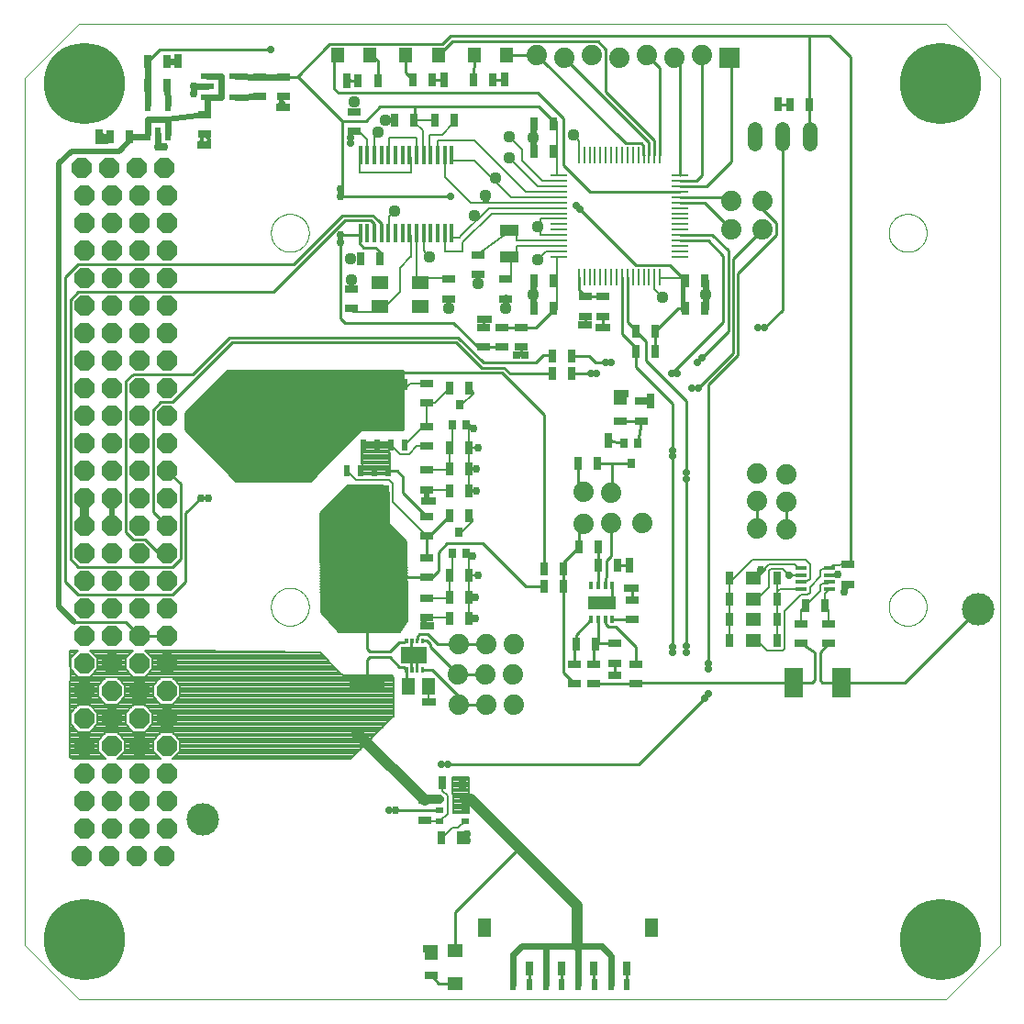
<source format=gtl>
G75*
%MOIN*%
%OFA0B0*%
%FSLAX25Y25*%
%IPPOS*%
%LPD*%
%AMOC8*
5,1,8,0,0,1.08239X$1,22.5*
%
%ADD10R,0.05118X0.05906*%
%ADD11C,0.00000*%
%ADD12C,0.29528*%
%ADD13OC8,0.07400*%
%ADD14R,0.09370X0.06496*%
%ADD15C,0.00246*%
%ADD16R,0.04724X0.02362*%
%ADD17R,0.04724X0.03150*%
%ADD18R,0.02362X0.04724*%
%ADD19R,0.03150X0.04724*%
%ADD20R,0.12598X0.07087*%
%ADD21C,0.07400*%
%ADD22R,0.03937X0.01772*%
%ADD23R,0.01575X0.02756*%
%ADD24R,0.10000X0.05000*%
%ADD25R,0.02756X0.03543*%
%ADD26R,0.07087X0.10630*%
%ADD27R,0.02402X0.04016*%
%ADD28R,0.15394X0.15000*%
%ADD29R,0.00984X0.06102*%
%ADD30R,0.06102X0.00984*%
%ADD31R,0.01575X0.06890*%
%ADD32R,0.07087X0.03937*%
%ADD33C,0.00800*%
%ADD34C,0.04400*%
%ADD35C,0.02400*%
%ADD36R,0.06299X0.04921*%
%ADD37R,0.03937X0.00984*%
%ADD38R,0.00984X0.03937*%
%ADD39R,0.07400X0.07400*%
%ADD40R,0.02756X0.02000*%
%ADD41R,0.02362X0.03937*%
%ADD42R,0.04921X0.07087*%
%ADD43R,0.04724X0.05512*%
%ADD44C,0.05200*%
%ADD45R,0.05512X0.04724*%
%ADD46C,0.01000*%
%ADD47C,0.03200*%
%ADD48C,0.04000*%
%ADD49C,0.02978*%
%ADD50R,0.02978X0.02978*%
%ADD51C,0.01200*%
%ADD52R,0.02781X0.02781*%
%ADD53C,0.02781*%
%ADD54C,0.11811*%
%ADD55C,0.02000*%
%ADD56C,0.00787*%
D10*
X0142502Y0115101D03*
X0149983Y0115101D03*
D11*
X0003172Y0020888D02*
X0003172Y0335849D01*
X0022857Y0355534D01*
X0337817Y0355534D01*
X0357502Y0335849D01*
X0357502Y0020888D01*
X0337817Y0001203D01*
X0022857Y0001203D01*
X0003172Y0020888D01*
X0092738Y0143920D02*
X0092740Y0144089D01*
X0092746Y0144258D01*
X0092757Y0144427D01*
X0092771Y0144595D01*
X0092790Y0144763D01*
X0092813Y0144931D01*
X0092839Y0145098D01*
X0092870Y0145264D01*
X0092905Y0145430D01*
X0092944Y0145594D01*
X0092988Y0145758D01*
X0093035Y0145920D01*
X0093086Y0146081D01*
X0093141Y0146241D01*
X0093200Y0146400D01*
X0093262Y0146557D01*
X0093329Y0146712D01*
X0093400Y0146866D01*
X0093474Y0147018D01*
X0093552Y0147168D01*
X0093633Y0147316D01*
X0093718Y0147462D01*
X0093807Y0147606D01*
X0093899Y0147748D01*
X0093995Y0147887D01*
X0094094Y0148024D01*
X0094196Y0148159D01*
X0094302Y0148291D01*
X0094411Y0148420D01*
X0094523Y0148547D01*
X0094638Y0148671D01*
X0094756Y0148792D01*
X0094877Y0148910D01*
X0095001Y0149025D01*
X0095128Y0149137D01*
X0095257Y0149246D01*
X0095389Y0149352D01*
X0095524Y0149454D01*
X0095661Y0149553D01*
X0095800Y0149649D01*
X0095942Y0149741D01*
X0096086Y0149830D01*
X0096232Y0149915D01*
X0096380Y0149996D01*
X0096530Y0150074D01*
X0096682Y0150148D01*
X0096836Y0150219D01*
X0096991Y0150286D01*
X0097148Y0150348D01*
X0097307Y0150407D01*
X0097467Y0150462D01*
X0097628Y0150513D01*
X0097790Y0150560D01*
X0097954Y0150604D01*
X0098118Y0150643D01*
X0098284Y0150678D01*
X0098450Y0150709D01*
X0098617Y0150735D01*
X0098785Y0150758D01*
X0098953Y0150777D01*
X0099121Y0150791D01*
X0099290Y0150802D01*
X0099459Y0150808D01*
X0099628Y0150810D01*
X0099797Y0150808D01*
X0099966Y0150802D01*
X0100135Y0150791D01*
X0100303Y0150777D01*
X0100471Y0150758D01*
X0100639Y0150735D01*
X0100806Y0150709D01*
X0100972Y0150678D01*
X0101138Y0150643D01*
X0101302Y0150604D01*
X0101466Y0150560D01*
X0101628Y0150513D01*
X0101789Y0150462D01*
X0101949Y0150407D01*
X0102108Y0150348D01*
X0102265Y0150286D01*
X0102420Y0150219D01*
X0102574Y0150148D01*
X0102726Y0150074D01*
X0102876Y0149996D01*
X0103024Y0149915D01*
X0103170Y0149830D01*
X0103314Y0149741D01*
X0103456Y0149649D01*
X0103595Y0149553D01*
X0103732Y0149454D01*
X0103867Y0149352D01*
X0103999Y0149246D01*
X0104128Y0149137D01*
X0104255Y0149025D01*
X0104379Y0148910D01*
X0104500Y0148792D01*
X0104618Y0148671D01*
X0104733Y0148547D01*
X0104845Y0148420D01*
X0104954Y0148291D01*
X0105060Y0148159D01*
X0105162Y0148024D01*
X0105261Y0147887D01*
X0105357Y0147748D01*
X0105449Y0147606D01*
X0105538Y0147462D01*
X0105623Y0147316D01*
X0105704Y0147168D01*
X0105782Y0147018D01*
X0105856Y0146866D01*
X0105927Y0146712D01*
X0105994Y0146557D01*
X0106056Y0146400D01*
X0106115Y0146241D01*
X0106170Y0146081D01*
X0106221Y0145920D01*
X0106268Y0145758D01*
X0106312Y0145594D01*
X0106351Y0145430D01*
X0106386Y0145264D01*
X0106417Y0145098D01*
X0106443Y0144931D01*
X0106466Y0144763D01*
X0106485Y0144595D01*
X0106499Y0144427D01*
X0106510Y0144258D01*
X0106516Y0144089D01*
X0106518Y0143920D01*
X0106516Y0143751D01*
X0106510Y0143582D01*
X0106499Y0143413D01*
X0106485Y0143245D01*
X0106466Y0143077D01*
X0106443Y0142909D01*
X0106417Y0142742D01*
X0106386Y0142576D01*
X0106351Y0142410D01*
X0106312Y0142246D01*
X0106268Y0142082D01*
X0106221Y0141920D01*
X0106170Y0141759D01*
X0106115Y0141599D01*
X0106056Y0141440D01*
X0105994Y0141283D01*
X0105927Y0141128D01*
X0105856Y0140974D01*
X0105782Y0140822D01*
X0105704Y0140672D01*
X0105623Y0140524D01*
X0105538Y0140378D01*
X0105449Y0140234D01*
X0105357Y0140092D01*
X0105261Y0139953D01*
X0105162Y0139816D01*
X0105060Y0139681D01*
X0104954Y0139549D01*
X0104845Y0139420D01*
X0104733Y0139293D01*
X0104618Y0139169D01*
X0104500Y0139048D01*
X0104379Y0138930D01*
X0104255Y0138815D01*
X0104128Y0138703D01*
X0103999Y0138594D01*
X0103867Y0138488D01*
X0103732Y0138386D01*
X0103595Y0138287D01*
X0103456Y0138191D01*
X0103314Y0138099D01*
X0103170Y0138010D01*
X0103024Y0137925D01*
X0102876Y0137844D01*
X0102726Y0137766D01*
X0102574Y0137692D01*
X0102420Y0137621D01*
X0102265Y0137554D01*
X0102108Y0137492D01*
X0101949Y0137433D01*
X0101789Y0137378D01*
X0101628Y0137327D01*
X0101466Y0137280D01*
X0101302Y0137236D01*
X0101138Y0137197D01*
X0100972Y0137162D01*
X0100806Y0137131D01*
X0100639Y0137105D01*
X0100471Y0137082D01*
X0100303Y0137063D01*
X0100135Y0137049D01*
X0099966Y0137038D01*
X0099797Y0137032D01*
X0099628Y0137030D01*
X0099459Y0137032D01*
X0099290Y0137038D01*
X0099121Y0137049D01*
X0098953Y0137063D01*
X0098785Y0137082D01*
X0098617Y0137105D01*
X0098450Y0137131D01*
X0098284Y0137162D01*
X0098118Y0137197D01*
X0097954Y0137236D01*
X0097790Y0137280D01*
X0097628Y0137327D01*
X0097467Y0137378D01*
X0097307Y0137433D01*
X0097148Y0137492D01*
X0096991Y0137554D01*
X0096836Y0137621D01*
X0096682Y0137692D01*
X0096530Y0137766D01*
X0096380Y0137844D01*
X0096232Y0137925D01*
X0096086Y0138010D01*
X0095942Y0138099D01*
X0095800Y0138191D01*
X0095661Y0138287D01*
X0095524Y0138386D01*
X0095389Y0138488D01*
X0095257Y0138594D01*
X0095128Y0138703D01*
X0095001Y0138815D01*
X0094877Y0138930D01*
X0094756Y0139048D01*
X0094638Y0139169D01*
X0094523Y0139293D01*
X0094411Y0139420D01*
X0094302Y0139549D01*
X0094196Y0139681D01*
X0094094Y0139816D01*
X0093995Y0139953D01*
X0093899Y0140092D01*
X0093807Y0140234D01*
X0093718Y0140378D01*
X0093633Y0140524D01*
X0093552Y0140672D01*
X0093474Y0140822D01*
X0093400Y0140974D01*
X0093329Y0141128D01*
X0093262Y0141283D01*
X0093200Y0141440D01*
X0093141Y0141599D01*
X0093086Y0141759D01*
X0093035Y0141920D01*
X0092988Y0142082D01*
X0092944Y0142246D01*
X0092905Y0142410D01*
X0092870Y0142576D01*
X0092839Y0142742D01*
X0092813Y0142909D01*
X0092790Y0143077D01*
X0092771Y0143245D01*
X0092757Y0143413D01*
X0092746Y0143582D01*
X0092740Y0143751D01*
X0092738Y0143920D01*
X0092738Y0279746D02*
X0092740Y0279915D01*
X0092746Y0280084D01*
X0092757Y0280253D01*
X0092771Y0280421D01*
X0092790Y0280589D01*
X0092813Y0280757D01*
X0092839Y0280924D01*
X0092870Y0281090D01*
X0092905Y0281256D01*
X0092944Y0281420D01*
X0092988Y0281584D01*
X0093035Y0281746D01*
X0093086Y0281907D01*
X0093141Y0282067D01*
X0093200Y0282226D01*
X0093262Y0282383D01*
X0093329Y0282538D01*
X0093400Y0282692D01*
X0093474Y0282844D01*
X0093552Y0282994D01*
X0093633Y0283142D01*
X0093718Y0283288D01*
X0093807Y0283432D01*
X0093899Y0283574D01*
X0093995Y0283713D01*
X0094094Y0283850D01*
X0094196Y0283985D01*
X0094302Y0284117D01*
X0094411Y0284246D01*
X0094523Y0284373D01*
X0094638Y0284497D01*
X0094756Y0284618D01*
X0094877Y0284736D01*
X0095001Y0284851D01*
X0095128Y0284963D01*
X0095257Y0285072D01*
X0095389Y0285178D01*
X0095524Y0285280D01*
X0095661Y0285379D01*
X0095800Y0285475D01*
X0095942Y0285567D01*
X0096086Y0285656D01*
X0096232Y0285741D01*
X0096380Y0285822D01*
X0096530Y0285900D01*
X0096682Y0285974D01*
X0096836Y0286045D01*
X0096991Y0286112D01*
X0097148Y0286174D01*
X0097307Y0286233D01*
X0097467Y0286288D01*
X0097628Y0286339D01*
X0097790Y0286386D01*
X0097954Y0286430D01*
X0098118Y0286469D01*
X0098284Y0286504D01*
X0098450Y0286535D01*
X0098617Y0286561D01*
X0098785Y0286584D01*
X0098953Y0286603D01*
X0099121Y0286617D01*
X0099290Y0286628D01*
X0099459Y0286634D01*
X0099628Y0286636D01*
X0099797Y0286634D01*
X0099966Y0286628D01*
X0100135Y0286617D01*
X0100303Y0286603D01*
X0100471Y0286584D01*
X0100639Y0286561D01*
X0100806Y0286535D01*
X0100972Y0286504D01*
X0101138Y0286469D01*
X0101302Y0286430D01*
X0101466Y0286386D01*
X0101628Y0286339D01*
X0101789Y0286288D01*
X0101949Y0286233D01*
X0102108Y0286174D01*
X0102265Y0286112D01*
X0102420Y0286045D01*
X0102574Y0285974D01*
X0102726Y0285900D01*
X0102876Y0285822D01*
X0103024Y0285741D01*
X0103170Y0285656D01*
X0103314Y0285567D01*
X0103456Y0285475D01*
X0103595Y0285379D01*
X0103732Y0285280D01*
X0103867Y0285178D01*
X0103999Y0285072D01*
X0104128Y0284963D01*
X0104255Y0284851D01*
X0104379Y0284736D01*
X0104500Y0284618D01*
X0104618Y0284497D01*
X0104733Y0284373D01*
X0104845Y0284246D01*
X0104954Y0284117D01*
X0105060Y0283985D01*
X0105162Y0283850D01*
X0105261Y0283713D01*
X0105357Y0283574D01*
X0105449Y0283432D01*
X0105538Y0283288D01*
X0105623Y0283142D01*
X0105704Y0282994D01*
X0105782Y0282844D01*
X0105856Y0282692D01*
X0105927Y0282538D01*
X0105994Y0282383D01*
X0106056Y0282226D01*
X0106115Y0282067D01*
X0106170Y0281907D01*
X0106221Y0281746D01*
X0106268Y0281584D01*
X0106312Y0281420D01*
X0106351Y0281256D01*
X0106386Y0281090D01*
X0106417Y0280924D01*
X0106443Y0280757D01*
X0106466Y0280589D01*
X0106485Y0280421D01*
X0106499Y0280253D01*
X0106510Y0280084D01*
X0106516Y0279915D01*
X0106518Y0279746D01*
X0106516Y0279577D01*
X0106510Y0279408D01*
X0106499Y0279239D01*
X0106485Y0279071D01*
X0106466Y0278903D01*
X0106443Y0278735D01*
X0106417Y0278568D01*
X0106386Y0278402D01*
X0106351Y0278236D01*
X0106312Y0278072D01*
X0106268Y0277908D01*
X0106221Y0277746D01*
X0106170Y0277585D01*
X0106115Y0277425D01*
X0106056Y0277266D01*
X0105994Y0277109D01*
X0105927Y0276954D01*
X0105856Y0276800D01*
X0105782Y0276648D01*
X0105704Y0276498D01*
X0105623Y0276350D01*
X0105538Y0276204D01*
X0105449Y0276060D01*
X0105357Y0275918D01*
X0105261Y0275779D01*
X0105162Y0275642D01*
X0105060Y0275507D01*
X0104954Y0275375D01*
X0104845Y0275246D01*
X0104733Y0275119D01*
X0104618Y0274995D01*
X0104500Y0274874D01*
X0104379Y0274756D01*
X0104255Y0274641D01*
X0104128Y0274529D01*
X0103999Y0274420D01*
X0103867Y0274314D01*
X0103732Y0274212D01*
X0103595Y0274113D01*
X0103456Y0274017D01*
X0103314Y0273925D01*
X0103170Y0273836D01*
X0103024Y0273751D01*
X0102876Y0273670D01*
X0102726Y0273592D01*
X0102574Y0273518D01*
X0102420Y0273447D01*
X0102265Y0273380D01*
X0102108Y0273318D01*
X0101949Y0273259D01*
X0101789Y0273204D01*
X0101628Y0273153D01*
X0101466Y0273106D01*
X0101302Y0273062D01*
X0101138Y0273023D01*
X0100972Y0272988D01*
X0100806Y0272957D01*
X0100639Y0272931D01*
X0100471Y0272908D01*
X0100303Y0272889D01*
X0100135Y0272875D01*
X0099966Y0272864D01*
X0099797Y0272858D01*
X0099628Y0272856D01*
X0099459Y0272858D01*
X0099290Y0272864D01*
X0099121Y0272875D01*
X0098953Y0272889D01*
X0098785Y0272908D01*
X0098617Y0272931D01*
X0098450Y0272957D01*
X0098284Y0272988D01*
X0098118Y0273023D01*
X0097954Y0273062D01*
X0097790Y0273106D01*
X0097628Y0273153D01*
X0097467Y0273204D01*
X0097307Y0273259D01*
X0097148Y0273318D01*
X0096991Y0273380D01*
X0096836Y0273447D01*
X0096682Y0273518D01*
X0096530Y0273592D01*
X0096380Y0273670D01*
X0096232Y0273751D01*
X0096086Y0273836D01*
X0095942Y0273925D01*
X0095800Y0274017D01*
X0095661Y0274113D01*
X0095524Y0274212D01*
X0095389Y0274314D01*
X0095257Y0274420D01*
X0095128Y0274529D01*
X0095001Y0274641D01*
X0094877Y0274756D01*
X0094756Y0274874D01*
X0094638Y0274995D01*
X0094523Y0275119D01*
X0094411Y0275246D01*
X0094302Y0275375D01*
X0094196Y0275507D01*
X0094094Y0275642D01*
X0093995Y0275779D01*
X0093899Y0275918D01*
X0093807Y0276060D01*
X0093718Y0276204D01*
X0093633Y0276350D01*
X0093552Y0276498D01*
X0093474Y0276648D01*
X0093400Y0276800D01*
X0093329Y0276954D01*
X0093262Y0277109D01*
X0093200Y0277266D01*
X0093141Y0277425D01*
X0093086Y0277585D01*
X0093035Y0277746D01*
X0092988Y0277908D01*
X0092944Y0278072D01*
X0092905Y0278236D01*
X0092870Y0278402D01*
X0092839Y0278568D01*
X0092813Y0278735D01*
X0092790Y0278903D01*
X0092771Y0279071D01*
X0092757Y0279239D01*
X0092746Y0279408D01*
X0092740Y0279577D01*
X0092738Y0279746D01*
X0317148Y0279746D02*
X0317150Y0279915D01*
X0317156Y0280084D01*
X0317167Y0280253D01*
X0317181Y0280421D01*
X0317200Y0280589D01*
X0317223Y0280757D01*
X0317249Y0280924D01*
X0317280Y0281090D01*
X0317315Y0281256D01*
X0317354Y0281420D01*
X0317398Y0281584D01*
X0317445Y0281746D01*
X0317496Y0281907D01*
X0317551Y0282067D01*
X0317610Y0282226D01*
X0317672Y0282383D01*
X0317739Y0282538D01*
X0317810Y0282692D01*
X0317884Y0282844D01*
X0317962Y0282994D01*
X0318043Y0283142D01*
X0318128Y0283288D01*
X0318217Y0283432D01*
X0318309Y0283574D01*
X0318405Y0283713D01*
X0318504Y0283850D01*
X0318606Y0283985D01*
X0318712Y0284117D01*
X0318821Y0284246D01*
X0318933Y0284373D01*
X0319048Y0284497D01*
X0319166Y0284618D01*
X0319287Y0284736D01*
X0319411Y0284851D01*
X0319538Y0284963D01*
X0319667Y0285072D01*
X0319799Y0285178D01*
X0319934Y0285280D01*
X0320071Y0285379D01*
X0320210Y0285475D01*
X0320352Y0285567D01*
X0320496Y0285656D01*
X0320642Y0285741D01*
X0320790Y0285822D01*
X0320940Y0285900D01*
X0321092Y0285974D01*
X0321246Y0286045D01*
X0321401Y0286112D01*
X0321558Y0286174D01*
X0321717Y0286233D01*
X0321877Y0286288D01*
X0322038Y0286339D01*
X0322200Y0286386D01*
X0322364Y0286430D01*
X0322528Y0286469D01*
X0322694Y0286504D01*
X0322860Y0286535D01*
X0323027Y0286561D01*
X0323195Y0286584D01*
X0323363Y0286603D01*
X0323531Y0286617D01*
X0323700Y0286628D01*
X0323869Y0286634D01*
X0324038Y0286636D01*
X0324207Y0286634D01*
X0324376Y0286628D01*
X0324545Y0286617D01*
X0324713Y0286603D01*
X0324881Y0286584D01*
X0325049Y0286561D01*
X0325216Y0286535D01*
X0325382Y0286504D01*
X0325548Y0286469D01*
X0325712Y0286430D01*
X0325876Y0286386D01*
X0326038Y0286339D01*
X0326199Y0286288D01*
X0326359Y0286233D01*
X0326518Y0286174D01*
X0326675Y0286112D01*
X0326830Y0286045D01*
X0326984Y0285974D01*
X0327136Y0285900D01*
X0327286Y0285822D01*
X0327434Y0285741D01*
X0327580Y0285656D01*
X0327724Y0285567D01*
X0327866Y0285475D01*
X0328005Y0285379D01*
X0328142Y0285280D01*
X0328277Y0285178D01*
X0328409Y0285072D01*
X0328538Y0284963D01*
X0328665Y0284851D01*
X0328789Y0284736D01*
X0328910Y0284618D01*
X0329028Y0284497D01*
X0329143Y0284373D01*
X0329255Y0284246D01*
X0329364Y0284117D01*
X0329470Y0283985D01*
X0329572Y0283850D01*
X0329671Y0283713D01*
X0329767Y0283574D01*
X0329859Y0283432D01*
X0329948Y0283288D01*
X0330033Y0283142D01*
X0330114Y0282994D01*
X0330192Y0282844D01*
X0330266Y0282692D01*
X0330337Y0282538D01*
X0330404Y0282383D01*
X0330466Y0282226D01*
X0330525Y0282067D01*
X0330580Y0281907D01*
X0330631Y0281746D01*
X0330678Y0281584D01*
X0330722Y0281420D01*
X0330761Y0281256D01*
X0330796Y0281090D01*
X0330827Y0280924D01*
X0330853Y0280757D01*
X0330876Y0280589D01*
X0330895Y0280421D01*
X0330909Y0280253D01*
X0330920Y0280084D01*
X0330926Y0279915D01*
X0330928Y0279746D01*
X0330926Y0279577D01*
X0330920Y0279408D01*
X0330909Y0279239D01*
X0330895Y0279071D01*
X0330876Y0278903D01*
X0330853Y0278735D01*
X0330827Y0278568D01*
X0330796Y0278402D01*
X0330761Y0278236D01*
X0330722Y0278072D01*
X0330678Y0277908D01*
X0330631Y0277746D01*
X0330580Y0277585D01*
X0330525Y0277425D01*
X0330466Y0277266D01*
X0330404Y0277109D01*
X0330337Y0276954D01*
X0330266Y0276800D01*
X0330192Y0276648D01*
X0330114Y0276498D01*
X0330033Y0276350D01*
X0329948Y0276204D01*
X0329859Y0276060D01*
X0329767Y0275918D01*
X0329671Y0275779D01*
X0329572Y0275642D01*
X0329470Y0275507D01*
X0329364Y0275375D01*
X0329255Y0275246D01*
X0329143Y0275119D01*
X0329028Y0274995D01*
X0328910Y0274874D01*
X0328789Y0274756D01*
X0328665Y0274641D01*
X0328538Y0274529D01*
X0328409Y0274420D01*
X0328277Y0274314D01*
X0328142Y0274212D01*
X0328005Y0274113D01*
X0327866Y0274017D01*
X0327724Y0273925D01*
X0327580Y0273836D01*
X0327434Y0273751D01*
X0327286Y0273670D01*
X0327136Y0273592D01*
X0326984Y0273518D01*
X0326830Y0273447D01*
X0326675Y0273380D01*
X0326518Y0273318D01*
X0326359Y0273259D01*
X0326199Y0273204D01*
X0326038Y0273153D01*
X0325876Y0273106D01*
X0325712Y0273062D01*
X0325548Y0273023D01*
X0325382Y0272988D01*
X0325216Y0272957D01*
X0325049Y0272931D01*
X0324881Y0272908D01*
X0324713Y0272889D01*
X0324545Y0272875D01*
X0324376Y0272864D01*
X0324207Y0272858D01*
X0324038Y0272856D01*
X0323869Y0272858D01*
X0323700Y0272864D01*
X0323531Y0272875D01*
X0323363Y0272889D01*
X0323195Y0272908D01*
X0323027Y0272931D01*
X0322860Y0272957D01*
X0322694Y0272988D01*
X0322528Y0273023D01*
X0322364Y0273062D01*
X0322200Y0273106D01*
X0322038Y0273153D01*
X0321877Y0273204D01*
X0321717Y0273259D01*
X0321558Y0273318D01*
X0321401Y0273380D01*
X0321246Y0273447D01*
X0321092Y0273518D01*
X0320940Y0273592D01*
X0320790Y0273670D01*
X0320642Y0273751D01*
X0320496Y0273836D01*
X0320352Y0273925D01*
X0320210Y0274017D01*
X0320071Y0274113D01*
X0319934Y0274212D01*
X0319799Y0274314D01*
X0319667Y0274420D01*
X0319538Y0274529D01*
X0319411Y0274641D01*
X0319287Y0274756D01*
X0319166Y0274874D01*
X0319048Y0274995D01*
X0318933Y0275119D01*
X0318821Y0275246D01*
X0318712Y0275375D01*
X0318606Y0275507D01*
X0318504Y0275642D01*
X0318405Y0275779D01*
X0318309Y0275918D01*
X0318217Y0276060D01*
X0318128Y0276204D01*
X0318043Y0276350D01*
X0317962Y0276498D01*
X0317884Y0276648D01*
X0317810Y0276800D01*
X0317739Y0276954D01*
X0317672Y0277109D01*
X0317610Y0277266D01*
X0317551Y0277425D01*
X0317496Y0277585D01*
X0317445Y0277746D01*
X0317398Y0277908D01*
X0317354Y0278072D01*
X0317315Y0278236D01*
X0317280Y0278402D01*
X0317249Y0278568D01*
X0317223Y0278735D01*
X0317200Y0278903D01*
X0317181Y0279071D01*
X0317167Y0279239D01*
X0317156Y0279408D01*
X0317150Y0279577D01*
X0317148Y0279746D01*
X0317148Y0143920D02*
X0317150Y0144089D01*
X0317156Y0144258D01*
X0317167Y0144427D01*
X0317181Y0144595D01*
X0317200Y0144763D01*
X0317223Y0144931D01*
X0317249Y0145098D01*
X0317280Y0145264D01*
X0317315Y0145430D01*
X0317354Y0145594D01*
X0317398Y0145758D01*
X0317445Y0145920D01*
X0317496Y0146081D01*
X0317551Y0146241D01*
X0317610Y0146400D01*
X0317672Y0146557D01*
X0317739Y0146712D01*
X0317810Y0146866D01*
X0317884Y0147018D01*
X0317962Y0147168D01*
X0318043Y0147316D01*
X0318128Y0147462D01*
X0318217Y0147606D01*
X0318309Y0147748D01*
X0318405Y0147887D01*
X0318504Y0148024D01*
X0318606Y0148159D01*
X0318712Y0148291D01*
X0318821Y0148420D01*
X0318933Y0148547D01*
X0319048Y0148671D01*
X0319166Y0148792D01*
X0319287Y0148910D01*
X0319411Y0149025D01*
X0319538Y0149137D01*
X0319667Y0149246D01*
X0319799Y0149352D01*
X0319934Y0149454D01*
X0320071Y0149553D01*
X0320210Y0149649D01*
X0320352Y0149741D01*
X0320496Y0149830D01*
X0320642Y0149915D01*
X0320790Y0149996D01*
X0320940Y0150074D01*
X0321092Y0150148D01*
X0321246Y0150219D01*
X0321401Y0150286D01*
X0321558Y0150348D01*
X0321717Y0150407D01*
X0321877Y0150462D01*
X0322038Y0150513D01*
X0322200Y0150560D01*
X0322364Y0150604D01*
X0322528Y0150643D01*
X0322694Y0150678D01*
X0322860Y0150709D01*
X0323027Y0150735D01*
X0323195Y0150758D01*
X0323363Y0150777D01*
X0323531Y0150791D01*
X0323700Y0150802D01*
X0323869Y0150808D01*
X0324038Y0150810D01*
X0324207Y0150808D01*
X0324376Y0150802D01*
X0324545Y0150791D01*
X0324713Y0150777D01*
X0324881Y0150758D01*
X0325049Y0150735D01*
X0325216Y0150709D01*
X0325382Y0150678D01*
X0325548Y0150643D01*
X0325712Y0150604D01*
X0325876Y0150560D01*
X0326038Y0150513D01*
X0326199Y0150462D01*
X0326359Y0150407D01*
X0326518Y0150348D01*
X0326675Y0150286D01*
X0326830Y0150219D01*
X0326984Y0150148D01*
X0327136Y0150074D01*
X0327286Y0149996D01*
X0327434Y0149915D01*
X0327580Y0149830D01*
X0327724Y0149741D01*
X0327866Y0149649D01*
X0328005Y0149553D01*
X0328142Y0149454D01*
X0328277Y0149352D01*
X0328409Y0149246D01*
X0328538Y0149137D01*
X0328665Y0149025D01*
X0328789Y0148910D01*
X0328910Y0148792D01*
X0329028Y0148671D01*
X0329143Y0148547D01*
X0329255Y0148420D01*
X0329364Y0148291D01*
X0329470Y0148159D01*
X0329572Y0148024D01*
X0329671Y0147887D01*
X0329767Y0147748D01*
X0329859Y0147606D01*
X0329948Y0147462D01*
X0330033Y0147316D01*
X0330114Y0147168D01*
X0330192Y0147018D01*
X0330266Y0146866D01*
X0330337Y0146712D01*
X0330404Y0146557D01*
X0330466Y0146400D01*
X0330525Y0146241D01*
X0330580Y0146081D01*
X0330631Y0145920D01*
X0330678Y0145758D01*
X0330722Y0145594D01*
X0330761Y0145430D01*
X0330796Y0145264D01*
X0330827Y0145098D01*
X0330853Y0144931D01*
X0330876Y0144763D01*
X0330895Y0144595D01*
X0330909Y0144427D01*
X0330920Y0144258D01*
X0330926Y0144089D01*
X0330928Y0143920D01*
X0330926Y0143751D01*
X0330920Y0143582D01*
X0330909Y0143413D01*
X0330895Y0143245D01*
X0330876Y0143077D01*
X0330853Y0142909D01*
X0330827Y0142742D01*
X0330796Y0142576D01*
X0330761Y0142410D01*
X0330722Y0142246D01*
X0330678Y0142082D01*
X0330631Y0141920D01*
X0330580Y0141759D01*
X0330525Y0141599D01*
X0330466Y0141440D01*
X0330404Y0141283D01*
X0330337Y0141128D01*
X0330266Y0140974D01*
X0330192Y0140822D01*
X0330114Y0140672D01*
X0330033Y0140524D01*
X0329948Y0140378D01*
X0329859Y0140234D01*
X0329767Y0140092D01*
X0329671Y0139953D01*
X0329572Y0139816D01*
X0329470Y0139681D01*
X0329364Y0139549D01*
X0329255Y0139420D01*
X0329143Y0139293D01*
X0329028Y0139169D01*
X0328910Y0139048D01*
X0328789Y0138930D01*
X0328665Y0138815D01*
X0328538Y0138703D01*
X0328409Y0138594D01*
X0328277Y0138488D01*
X0328142Y0138386D01*
X0328005Y0138287D01*
X0327866Y0138191D01*
X0327724Y0138099D01*
X0327580Y0138010D01*
X0327434Y0137925D01*
X0327286Y0137844D01*
X0327136Y0137766D01*
X0326984Y0137692D01*
X0326830Y0137621D01*
X0326675Y0137554D01*
X0326518Y0137492D01*
X0326359Y0137433D01*
X0326199Y0137378D01*
X0326038Y0137327D01*
X0325876Y0137280D01*
X0325712Y0137236D01*
X0325548Y0137197D01*
X0325382Y0137162D01*
X0325216Y0137131D01*
X0325049Y0137105D01*
X0324881Y0137082D01*
X0324713Y0137063D01*
X0324545Y0137049D01*
X0324376Y0137038D01*
X0324207Y0137032D01*
X0324038Y0137030D01*
X0323869Y0137032D01*
X0323700Y0137038D01*
X0323531Y0137049D01*
X0323363Y0137063D01*
X0323195Y0137082D01*
X0323027Y0137105D01*
X0322860Y0137131D01*
X0322694Y0137162D01*
X0322528Y0137197D01*
X0322364Y0137236D01*
X0322200Y0137280D01*
X0322038Y0137327D01*
X0321877Y0137378D01*
X0321717Y0137433D01*
X0321558Y0137492D01*
X0321401Y0137554D01*
X0321246Y0137621D01*
X0321092Y0137692D01*
X0320940Y0137766D01*
X0320790Y0137844D01*
X0320642Y0137925D01*
X0320496Y0138010D01*
X0320352Y0138099D01*
X0320210Y0138191D01*
X0320071Y0138287D01*
X0319934Y0138386D01*
X0319799Y0138488D01*
X0319667Y0138594D01*
X0319538Y0138703D01*
X0319411Y0138815D01*
X0319287Y0138930D01*
X0319166Y0139048D01*
X0319048Y0139169D01*
X0318933Y0139293D01*
X0318821Y0139420D01*
X0318712Y0139549D01*
X0318606Y0139681D01*
X0318504Y0139816D01*
X0318405Y0139953D01*
X0318309Y0140092D01*
X0318217Y0140234D01*
X0318128Y0140378D01*
X0318043Y0140524D01*
X0317962Y0140672D01*
X0317884Y0140822D01*
X0317810Y0140974D01*
X0317739Y0141128D01*
X0317672Y0141283D01*
X0317610Y0141440D01*
X0317551Y0141599D01*
X0317496Y0141759D01*
X0317445Y0141920D01*
X0317398Y0142082D01*
X0317354Y0142246D01*
X0317315Y0142410D01*
X0317280Y0142576D01*
X0317249Y0142742D01*
X0317223Y0142909D01*
X0317200Y0143077D01*
X0317181Y0143245D01*
X0317167Y0143413D01*
X0317156Y0143582D01*
X0317150Y0143751D01*
X0317148Y0143920D01*
D12*
X0335849Y0022857D03*
X0335849Y0333880D03*
X0024825Y0333880D03*
X0024825Y0022857D03*
D13*
X0023825Y0053369D03*
X0033825Y0053369D03*
X0043825Y0053369D03*
X0053825Y0053369D03*
X0054825Y0063369D03*
X0054825Y0073369D03*
X0054825Y0083369D03*
X0054825Y0093369D03*
X0054825Y0103369D03*
X0054825Y0113369D03*
X0054825Y0123369D03*
X0054825Y0133369D03*
X0054825Y0143369D03*
X0054825Y0153369D03*
X0054825Y0163369D03*
X0054825Y0173369D03*
X0054825Y0183369D03*
X0054825Y0193369D03*
X0054825Y0203369D03*
X0054825Y0213369D03*
X0054825Y0223369D03*
X0054825Y0233369D03*
X0054825Y0243369D03*
X0054825Y0253369D03*
X0054825Y0263369D03*
X0054825Y0273369D03*
X0054825Y0283369D03*
X0054825Y0293369D03*
X0053825Y0303369D03*
X0043825Y0303369D03*
X0044825Y0293369D03*
X0034825Y0293369D03*
X0033825Y0303369D03*
X0023825Y0303369D03*
X0024825Y0293369D03*
X0024825Y0283369D03*
X0034825Y0283369D03*
X0044825Y0283369D03*
X0044825Y0273369D03*
X0034825Y0273369D03*
X0024825Y0273369D03*
X0024825Y0263369D03*
X0034825Y0263369D03*
X0044825Y0263369D03*
X0044825Y0253369D03*
X0044825Y0243369D03*
X0034825Y0243369D03*
X0034825Y0253369D03*
X0024825Y0253369D03*
X0024825Y0243369D03*
X0024825Y0233369D03*
X0034825Y0233369D03*
X0044825Y0233369D03*
X0044825Y0223369D03*
X0034825Y0223369D03*
X0024825Y0223369D03*
X0024825Y0213369D03*
X0024825Y0203369D03*
X0034825Y0203369D03*
X0034825Y0213369D03*
X0044825Y0213369D03*
X0044825Y0203369D03*
X0044825Y0193369D03*
X0034825Y0193369D03*
X0024825Y0193369D03*
X0024825Y0183369D03*
X0034825Y0183369D03*
X0044825Y0183369D03*
X0044825Y0173369D03*
X0044825Y0163369D03*
X0034825Y0163369D03*
X0034825Y0173369D03*
X0024825Y0173369D03*
X0024825Y0163369D03*
X0024825Y0153369D03*
X0034825Y0153369D03*
X0044825Y0153369D03*
X0044825Y0143369D03*
X0034825Y0143369D03*
X0024825Y0143369D03*
X0024825Y0133369D03*
X0024825Y0123369D03*
X0034825Y0123369D03*
X0034825Y0133369D03*
X0044825Y0133369D03*
X0044825Y0123369D03*
X0044825Y0113369D03*
X0034825Y0113369D03*
X0024825Y0113369D03*
X0024825Y0103369D03*
X0034825Y0103369D03*
X0044825Y0103369D03*
X0044825Y0093369D03*
X0044825Y0083369D03*
X0034825Y0083369D03*
X0034825Y0093369D03*
X0024825Y0093369D03*
X0024825Y0083369D03*
X0024825Y0073369D03*
X0034825Y0073369D03*
X0044825Y0073369D03*
X0044825Y0063369D03*
X0034825Y0063369D03*
X0024825Y0063369D03*
D14*
X0144786Y0126400D03*
D15*
X0145401Y0120322D02*
X0146139Y0120322D01*
X0145401Y0120322D02*
X0145401Y0121848D01*
X0146139Y0121848D01*
X0146139Y0120322D01*
X0146139Y0120567D02*
X0145401Y0120567D01*
X0145401Y0120812D02*
X0146139Y0120812D01*
X0146139Y0121057D02*
X0145401Y0121057D01*
X0145401Y0121302D02*
X0146139Y0121302D01*
X0146139Y0121547D02*
X0145401Y0121547D01*
X0145401Y0121792D02*
X0146139Y0121792D01*
X0147370Y0120322D02*
X0148108Y0120322D01*
X0147370Y0120322D02*
X0147370Y0121848D01*
X0148108Y0121848D01*
X0148108Y0120322D01*
X0148108Y0120567D02*
X0147370Y0120567D01*
X0147370Y0120812D02*
X0148108Y0120812D01*
X0148108Y0121057D02*
X0147370Y0121057D01*
X0147370Y0121302D02*
X0148108Y0121302D01*
X0148108Y0121547D02*
X0147370Y0121547D01*
X0147370Y0121792D02*
X0148108Y0121792D01*
X0144171Y0120322D02*
X0143433Y0120322D01*
X0143433Y0121848D01*
X0144171Y0121848D01*
X0144171Y0120322D01*
X0144171Y0120567D02*
X0143433Y0120567D01*
X0143433Y0120812D02*
X0144171Y0120812D01*
X0144171Y0121057D02*
X0143433Y0121057D01*
X0143433Y0121302D02*
X0144171Y0121302D01*
X0144171Y0121547D02*
X0143433Y0121547D01*
X0143433Y0121792D02*
X0144171Y0121792D01*
X0142202Y0120322D02*
X0141464Y0120322D01*
X0141464Y0121848D01*
X0142202Y0121848D01*
X0142202Y0120322D01*
X0142202Y0120567D02*
X0141464Y0120567D01*
X0141464Y0120812D02*
X0142202Y0120812D01*
X0142202Y0121057D02*
X0141464Y0121057D01*
X0141464Y0121302D02*
X0142202Y0121302D01*
X0142202Y0121547D02*
X0141464Y0121547D01*
X0141464Y0121792D02*
X0142202Y0121792D01*
X0142202Y0130952D02*
X0141464Y0130952D01*
X0141464Y0132478D01*
X0142202Y0132478D01*
X0142202Y0130952D01*
X0142202Y0131197D02*
X0141464Y0131197D01*
X0141464Y0131442D02*
X0142202Y0131442D01*
X0142202Y0131687D02*
X0141464Y0131687D01*
X0141464Y0131932D02*
X0142202Y0131932D01*
X0142202Y0132177D02*
X0141464Y0132177D01*
X0141464Y0132422D02*
X0142202Y0132422D01*
X0143433Y0130952D02*
X0144171Y0130952D01*
X0143433Y0130952D02*
X0143433Y0132478D01*
X0144171Y0132478D01*
X0144171Y0130952D01*
X0144171Y0131197D02*
X0143433Y0131197D01*
X0143433Y0131442D02*
X0144171Y0131442D01*
X0144171Y0131687D02*
X0143433Y0131687D01*
X0143433Y0131932D02*
X0144171Y0131932D01*
X0144171Y0132177D02*
X0143433Y0132177D01*
X0143433Y0132422D02*
X0144171Y0132422D01*
X0145401Y0130952D02*
X0146139Y0130952D01*
X0145401Y0130952D02*
X0145401Y0132478D01*
X0146139Y0132478D01*
X0146139Y0130952D01*
X0146139Y0131197D02*
X0145401Y0131197D01*
X0145401Y0131442D02*
X0146139Y0131442D01*
X0146139Y0131687D02*
X0145401Y0131687D01*
X0145401Y0131932D02*
X0146139Y0131932D01*
X0146139Y0132177D02*
X0145401Y0132177D01*
X0145401Y0132422D02*
X0146139Y0132422D01*
X0147370Y0132478D02*
X0148108Y0132478D01*
X0148108Y0130952D01*
X0147370Y0130952D01*
X0147370Y0132478D01*
X0147370Y0131197D02*
X0148108Y0131197D01*
X0148108Y0131442D02*
X0147370Y0131442D01*
X0147370Y0131687D02*
X0148108Y0131687D01*
X0148108Y0131932D02*
X0147370Y0131932D01*
X0147370Y0132177D02*
X0148108Y0132177D01*
X0148108Y0132422D02*
X0147370Y0132422D01*
D16*
X0080120Y0329146D03*
X0080120Y0336626D03*
X0069491Y0336626D03*
X0069491Y0332886D03*
X0069491Y0329146D03*
D17*
X0068556Y0322680D03*
X0068556Y0315593D03*
X0088556Y0329343D03*
X0088556Y0336430D03*
X0097306Y0336430D03*
X0097306Y0329343D03*
X0122857Y0323762D03*
X0122857Y0316676D03*
X0168132Y0271754D03*
X0168132Y0264668D03*
X0177975Y0262896D03*
X0177975Y0255809D03*
X0176794Y0245298D03*
X0183487Y0245298D03*
X0183487Y0238211D03*
X0176794Y0238211D03*
X0170101Y0238211D03*
X0170101Y0245298D03*
X0157306Y0255809D03*
X0157306Y0262896D03*
X0121872Y0259294D03*
X0121872Y0252207D03*
X0149431Y0225022D03*
X0149431Y0217935D03*
X0149431Y0209274D03*
X0149431Y0202187D03*
X0149431Y0193526D03*
X0149431Y0186439D03*
X0149431Y0176794D03*
X0149431Y0169707D03*
X0149235Y0161636D03*
X0149235Y0154550D03*
X0149235Y0147069D03*
X0149235Y0139983D03*
X0202975Y0123054D03*
X0202975Y0115967D03*
X0210061Y0115967D03*
X0210061Y0123054D03*
X0217739Y0123447D03*
X0217739Y0130534D03*
X0223841Y0139195D03*
X0223841Y0146282D03*
X0225219Y0123054D03*
X0225219Y0115967D03*
X0285455Y0130652D03*
X0285455Y0137739D03*
X0295455Y0137739D03*
X0295455Y0130652D03*
X0302455Y0152152D03*
X0302455Y0159239D03*
X0227187Y0211439D03*
X0227187Y0218526D03*
X0219707Y0218526D03*
X0219707Y0211439D03*
X0213211Y0249431D03*
X0206912Y0249431D03*
X0206912Y0256518D03*
X0213211Y0256518D03*
X0148605Y0073526D03*
X0148605Y0066439D03*
X0150888Y0017109D03*
X0150888Y0010022D03*
D18*
X0055327Y0315554D03*
X0051587Y0315554D03*
X0047847Y0315554D03*
X0047847Y0326183D03*
X0055327Y0326183D03*
D19*
X0055130Y0333369D03*
X0048044Y0333369D03*
X0048044Y0342119D03*
X0055130Y0342119D03*
X0041380Y0314619D03*
X0034294Y0314619D03*
X0124431Y0335061D03*
X0131518Y0335061D03*
X0144313Y0335455D03*
X0151400Y0335455D03*
X0152207Y0320790D03*
X0159294Y0320790D03*
X0144687Y0320790D03*
X0137601Y0320790D03*
X0166361Y0335455D03*
X0173447Y0335455D03*
X0188290Y0319313D03*
X0195376Y0319313D03*
X0195376Y0309471D03*
X0188290Y0309471D03*
X0188290Y0262227D03*
X0195376Y0262227D03*
X0195376Y0252384D03*
X0188290Y0252384D03*
X0194904Y0235140D03*
X0194904Y0228526D03*
X0201991Y0228526D03*
X0201991Y0235140D03*
X0225219Y0236636D03*
X0232306Y0236636D03*
X0232306Y0243920D03*
X0225219Y0243920D03*
X0243250Y0252384D03*
X0250337Y0252384D03*
X0250337Y0262227D03*
X0243250Y0262227D03*
X0211243Y0195888D03*
X0204156Y0195888D03*
X0204550Y0165573D03*
X0211636Y0165573D03*
X0211636Y0159077D03*
X0218723Y0159077D03*
X0199038Y0157699D03*
X0199038Y0151203D03*
X0191951Y0151203D03*
X0191951Y0157699D03*
X0164589Y0155337D03*
X0157502Y0155337D03*
X0157502Y0147463D03*
X0164589Y0147463D03*
X0164589Y0139589D03*
X0157502Y0139589D03*
X0157502Y0176991D03*
X0164589Y0176991D03*
X0164786Y0186046D03*
X0157699Y0186046D03*
X0157699Y0193920D03*
X0164786Y0193920D03*
X0164786Y0201794D03*
X0157699Y0201794D03*
X0157699Y0223447D03*
X0164786Y0223447D03*
X0132286Y0270199D03*
X0125199Y0270199D03*
X0259412Y0154195D03*
X0266498Y0154195D03*
X0269412Y0154195D03*
X0276498Y0154195D03*
X0276498Y0146695D03*
X0269412Y0146695D03*
X0266498Y0146695D03*
X0259412Y0146695D03*
X0259412Y0139195D03*
X0266498Y0139195D03*
X0269412Y0139195D03*
X0276498Y0139195D03*
X0276498Y0131695D03*
X0269412Y0131695D03*
X0266498Y0131695D03*
X0259412Y0131695D03*
X0286912Y0144195D03*
X0293998Y0144195D03*
X0210652Y0130337D03*
X0203565Y0130337D03*
X0162148Y0079983D03*
X0155061Y0079983D03*
X0154561Y0059983D03*
X0161648Y0059983D03*
X0281321Y0326400D03*
X0288408Y0326400D03*
D20*
X0127542Y0137975D03*
X0127542Y0115928D03*
D21*
X0160731Y0119313D03*
X0170731Y0119313D03*
X0180731Y0119313D03*
X0181046Y0108290D03*
X0171046Y0108290D03*
X0161046Y0108290D03*
X0161046Y0130337D03*
X0171046Y0130337D03*
X0181046Y0130337D03*
X0206321Y0174125D03*
X0216251Y0174431D03*
X0216361Y0185455D03*
X0206321Y0185525D03*
X0227651Y0174431D03*
X0269313Y0172345D03*
X0269313Y0182345D03*
X0269313Y0192345D03*
X0280140Y0192148D03*
X0280140Y0182148D03*
X0280140Y0172148D03*
X0271352Y0281124D03*
X0271352Y0291361D03*
X0259952Y0291361D03*
X0259952Y0281124D03*
X0239471Y0343420D03*
X0249471Y0344420D03*
X0229471Y0344420D03*
X0219471Y0343420D03*
X0209471Y0344420D03*
X0199471Y0343420D03*
X0189471Y0344420D03*
D22*
X0285337Y0158034D03*
X0285337Y0155475D03*
X0285337Y0152916D03*
X0285337Y0150357D03*
X0295573Y0150357D03*
X0295573Y0152916D03*
X0295573Y0155475D03*
X0295573Y0158034D03*
D23*
X0216754Y0151597D03*
X0214195Y0151597D03*
X0211636Y0151597D03*
X0209077Y0151597D03*
X0209077Y0139195D03*
X0211636Y0139195D03*
X0214195Y0139195D03*
X0216754Y0139195D03*
D24*
X0213014Y0145494D03*
D25*
X0223526Y0195849D03*
X0220967Y0203329D03*
X0226085Y0203329D03*
X0163802Y0209865D03*
X0158683Y0209865D03*
X0161243Y0217345D03*
X0161046Y0170888D03*
X0163605Y0163408D03*
X0158487Y0163408D03*
D26*
X0282502Y0116361D03*
X0299825Y0116361D03*
D27*
X0141183Y0202601D03*
X0136183Y0202601D03*
X0131183Y0202601D03*
X0126183Y0202601D03*
X0125475Y0193309D03*
X0120475Y0193309D03*
X0130475Y0193309D03*
X0135475Y0193309D03*
X0135475Y0171302D03*
X0130475Y0171302D03*
X0125475Y0171302D03*
X0120475Y0171302D03*
X0126183Y0224609D03*
X0131183Y0224609D03*
X0136183Y0224609D03*
X0141183Y0224609D03*
D28*
X0133683Y0215337D03*
X0127975Y0180573D03*
D29*
X0204550Y0263802D03*
X0206518Y0263802D03*
X0208487Y0263802D03*
X0210455Y0263802D03*
X0212424Y0263802D03*
X0214392Y0263802D03*
X0216361Y0263802D03*
X0218329Y0263802D03*
X0220298Y0263802D03*
X0222266Y0263802D03*
X0224235Y0263802D03*
X0226203Y0263802D03*
X0228172Y0263802D03*
X0230140Y0263802D03*
X0232109Y0263802D03*
X0234077Y0263802D03*
X0234077Y0307896D03*
X0232109Y0307896D03*
X0230140Y0307896D03*
X0228172Y0307896D03*
X0226203Y0307896D03*
X0224235Y0307896D03*
X0222266Y0307896D03*
X0220298Y0307896D03*
X0218329Y0307896D03*
X0216361Y0307896D03*
X0214392Y0307896D03*
X0212424Y0307896D03*
X0210455Y0307896D03*
X0208487Y0307896D03*
X0206518Y0307896D03*
X0204550Y0307896D03*
D30*
X0197266Y0300613D03*
X0197266Y0298644D03*
X0197266Y0296676D03*
X0197266Y0294707D03*
X0197266Y0292739D03*
X0197266Y0290770D03*
X0197266Y0288802D03*
X0197266Y0286833D03*
X0197266Y0284865D03*
X0197266Y0282896D03*
X0197266Y0280928D03*
X0197266Y0278959D03*
X0197266Y0276991D03*
X0197266Y0275022D03*
X0197266Y0273054D03*
X0197266Y0271085D03*
X0241361Y0271085D03*
X0241361Y0273054D03*
X0241361Y0275022D03*
X0241361Y0276991D03*
X0241361Y0278959D03*
X0241361Y0280928D03*
X0241361Y0282896D03*
X0241361Y0284865D03*
X0241361Y0286833D03*
X0241361Y0288802D03*
X0241361Y0290770D03*
X0241361Y0292739D03*
X0241361Y0294707D03*
X0241361Y0296676D03*
X0241361Y0298644D03*
X0241361Y0300613D03*
D31*
X0158447Y0307896D03*
X0155888Y0307896D03*
X0153329Y0307896D03*
X0150770Y0307896D03*
X0148211Y0307896D03*
X0145652Y0307896D03*
X0143093Y0307896D03*
X0140534Y0307896D03*
X0137975Y0307896D03*
X0135416Y0307896D03*
X0132857Y0307896D03*
X0130298Y0307896D03*
X0127739Y0307896D03*
X0125180Y0307896D03*
X0125180Y0279550D03*
X0127739Y0279550D03*
X0130298Y0279550D03*
X0132857Y0279550D03*
X0135416Y0279550D03*
X0137975Y0279550D03*
X0140534Y0279550D03*
X0143093Y0279550D03*
X0145652Y0279550D03*
X0148211Y0279550D03*
X0150770Y0279550D03*
X0153329Y0279550D03*
X0155888Y0279550D03*
X0158447Y0279550D03*
D32*
X0179313Y0280770D03*
X0179313Y0270928D03*
D33*
X0179943Y0271085D02*
X0179943Y0263211D01*
X0181912Y0271085D02*
X0181912Y0275022D01*
X0196676Y0275022D01*
X0196676Y0276991D02*
X0181912Y0276991D01*
X0181912Y0280928D01*
X0178959Y0279943D02*
X0168132Y0272069D01*
X0162227Y0273054D02*
X0162227Y0275675D01*
X0162461Y0276241D02*
X0173054Y0286833D01*
X0195691Y0286833D01*
X0195691Y0288802D02*
X0172069Y0288802D01*
X0161477Y0278209D01*
X0160911Y0277975D02*
X0158290Y0277975D01*
X0156071Y0277975D02*
X0156071Y0273054D01*
X0162227Y0273054D01*
X0162227Y0275675D02*
X0162229Y0275727D01*
X0162234Y0275779D01*
X0162242Y0275831D01*
X0162254Y0275882D01*
X0162269Y0275932D01*
X0162288Y0275981D01*
X0162310Y0276029D01*
X0162334Y0276075D01*
X0162362Y0276119D01*
X0162392Y0276162D01*
X0162426Y0276202D01*
X0162461Y0276241D01*
X0161477Y0278209D02*
X0161438Y0278174D01*
X0161398Y0278140D01*
X0161355Y0278110D01*
X0161311Y0278082D01*
X0161265Y0278058D01*
X0161217Y0278036D01*
X0161168Y0278017D01*
X0161118Y0278002D01*
X0161067Y0277990D01*
X0161015Y0277982D01*
X0160963Y0277977D01*
X0160911Y0277975D01*
X0148681Y0272819D02*
X0148646Y0272858D01*
X0148612Y0272898D01*
X0148582Y0272941D01*
X0148554Y0272985D01*
X0148530Y0273031D01*
X0148508Y0273079D01*
X0148489Y0273128D01*
X0148474Y0273178D01*
X0148462Y0273229D01*
X0148454Y0273281D01*
X0148449Y0273333D01*
X0148447Y0273385D01*
X0148447Y0279943D01*
X0145494Y0278959D02*
X0145494Y0262227D01*
X0147463Y0263211D02*
X0158290Y0263211D01*
X0150416Y0271085D02*
X0148682Y0272819D01*
X0143526Y0271416D02*
X0143526Y0278959D01*
X0135652Y0285517D02*
X0135654Y0285569D01*
X0135659Y0285621D01*
X0135667Y0285673D01*
X0135679Y0285724D01*
X0135694Y0285774D01*
X0135713Y0285823D01*
X0135735Y0285871D01*
X0135759Y0285917D01*
X0135787Y0285961D01*
X0135817Y0286004D01*
X0135851Y0286044D01*
X0135886Y0286083D01*
X0137620Y0287817D01*
X0135652Y0285517D02*
X0135652Y0280928D01*
X0130731Y0274431D02*
X0126400Y0274431D01*
X0124825Y0276006D01*
X0124825Y0279156D01*
X0130731Y0274431D02*
X0132306Y0272857D01*
X0132306Y0270101D01*
X0139589Y0267148D02*
X0139589Y0258621D01*
X0139355Y0258055D02*
X0134668Y0253369D01*
X0132207Y0250908D02*
X0123188Y0250908D01*
X0122622Y0251142D02*
X0121872Y0251892D01*
X0122622Y0251142D02*
X0122661Y0251107D01*
X0122701Y0251073D01*
X0122744Y0251043D01*
X0122788Y0251015D01*
X0122834Y0250991D01*
X0122882Y0250969D01*
X0122931Y0250950D01*
X0122981Y0250935D01*
X0123032Y0250923D01*
X0123084Y0250915D01*
X0123136Y0250910D01*
X0123188Y0250908D01*
X0139355Y0258055D02*
X0139390Y0258094D01*
X0139424Y0258134D01*
X0139454Y0258177D01*
X0139482Y0258221D01*
X0139506Y0258267D01*
X0139528Y0258315D01*
X0139547Y0258364D01*
X0139562Y0258414D01*
X0139574Y0258465D01*
X0139582Y0258517D01*
X0139587Y0258569D01*
X0139589Y0258621D01*
X0139589Y0267148D02*
X0143292Y0270851D01*
X0143292Y0270850D02*
X0143327Y0270889D01*
X0143361Y0270929D01*
X0143391Y0270972D01*
X0143419Y0271016D01*
X0143443Y0271062D01*
X0143465Y0271110D01*
X0143484Y0271159D01*
X0143499Y0271209D01*
X0143511Y0271260D01*
X0143519Y0271312D01*
X0143524Y0271364D01*
X0143526Y0271416D01*
X0165180Y0290770D02*
X0196676Y0290770D01*
X0198152Y0292739D02*
X0179943Y0292739D01*
X0166656Y0306026D01*
X0158290Y0306026D01*
X0156071Y0306276D02*
X0156071Y0299878D01*
X0165180Y0290770D01*
X0180670Y0305792D02*
X0180670Y0308016D01*
X0180670Y0305792D02*
X0189786Y0296676D01*
X0195691Y0296676D01*
X0195199Y0298644D02*
X0191262Y0298644D01*
X0183880Y0306026D01*
X0183880Y0310032D01*
X0179313Y0314599D01*
X0166617Y0313408D02*
X0185317Y0294707D01*
X0197660Y0294707D01*
X0196676Y0300613D02*
X0196676Y0320298D01*
X0202581Y0315376D02*
X0204315Y0313642D01*
X0204550Y0313077D02*
X0204550Y0308487D01*
X0204550Y0313077D02*
X0204548Y0313129D01*
X0204543Y0313181D01*
X0204535Y0313233D01*
X0204523Y0313284D01*
X0204508Y0313334D01*
X0204489Y0313383D01*
X0204467Y0313431D01*
X0204443Y0313477D01*
X0204415Y0313521D01*
X0204385Y0313564D01*
X0204351Y0313604D01*
X0204316Y0313643D01*
X0194376Y0284865D02*
X0190770Y0284865D01*
X0190770Y0278959D01*
X0196676Y0278959D01*
X0195691Y0273054D02*
X0192739Y0273054D01*
X0189786Y0270101D01*
X0196676Y0271085D02*
X0196676Y0251892D01*
X0166164Y0222069D02*
X0164786Y0223447D01*
X0166164Y0222069D02*
X0166164Y0221479D01*
X0162030Y0217345D01*
X0161243Y0217345D01*
X0157699Y0223447D02*
X0152187Y0217935D01*
X0149431Y0217935D01*
X0140573Y0221479D02*
X0126794Y0221479D01*
X0126794Y0229353D01*
X0140573Y0229353D01*
X0140573Y0221479D01*
X0140573Y0221488D02*
X0126794Y0221488D01*
X0126794Y0222287D02*
X0140573Y0222287D01*
X0140573Y0223085D02*
X0126794Y0223085D01*
X0126794Y0223884D02*
X0140573Y0223884D01*
X0140573Y0224682D02*
X0126794Y0224682D01*
X0126794Y0225481D02*
X0140573Y0225481D01*
X0140573Y0226279D02*
X0126794Y0226279D01*
X0126794Y0227078D02*
X0140573Y0227078D01*
X0140573Y0227876D02*
X0126794Y0227876D01*
X0126794Y0228675D02*
X0140573Y0228675D01*
X0147857Y0209274D02*
X0149431Y0209274D01*
X0147857Y0209274D02*
X0141183Y0202601D01*
X0139486Y0199393D02*
X0142881Y0199393D01*
X0145676Y0202187D01*
X0149431Y0202187D01*
X0157699Y0201794D02*
X0157699Y0193920D01*
X0157306Y0193526D01*
X0149431Y0193526D01*
X0149431Y0186439D02*
X0157306Y0186439D01*
X0157699Y0186046D01*
X0164786Y0186046D02*
X0164786Y0193920D01*
X0164786Y0201794D01*
X0164786Y0208880D01*
X0163802Y0209865D01*
X0164983Y0209865D01*
X0166164Y0208683D01*
X0164786Y0201794D02*
X0168132Y0201794D01*
X0167148Y0193920D02*
X0164786Y0193920D01*
X0164786Y0186046D02*
X0167148Y0186046D01*
X0164589Y0176991D02*
X0165967Y0175613D01*
X0165967Y0175022D01*
X0161833Y0170888D01*
X0161046Y0170888D01*
X0163605Y0163408D02*
X0164589Y0162424D01*
X0164589Y0155337D01*
X0164589Y0147463D01*
X0164589Y0139589D01*
X0166951Y0139589D01*
X0166951Y0147463D02*
X0164589Y0147463D01*
X0157502Y0147463D02*
X0157502Y0155337D01*
X0158487Y0156321D01*
X0158487Y0163408D01*
X0163605Y0163408D02*
X0164786Y0163408D01*
X0165967Y0162227D01*
X0164589Y0155337D02*
X0167935Y0155337D01*
X0157502Y0147463D02*
X0157109Y0147069D01*
X0149235Y0147069D01*
X0149235Y0139983D02*
X0157109Y0139983D01*
X0157502Y0139589D01*
X0136636Y0118920D02*
X0137424Y0118132D01*
X0137424Y0104353D01*
X0121676Y0088605D01*
X0056991Y0088605D01*
X0059725Y0091339D01*
X0059725Y0095398D01*
X0056855Y0098268D01*
X0052796Y0098268D01*
X0049925Y0095398D01*
X0049925Y0091339D01*
X0052659Y0088605D01*
X0036991Y0088605D01*
X0039725Y0091339D01*
X0039725Y0095398D01*
X0036855Y0098268D01*
X0032796Y0098268D01*
X0029925Y0095398D01*
X0029925Y0091339D01*
X0032659Y0088605D01*
X0020494Y0088605D01*
X0019707Y0089392D01*
X0019707Y0116951D01*
X0019904Y0117148D01*
X0019707Y0128172D01*
X0022699Y0128172D01*
X0019925Y0125398D01*
X0019925Y0121339D01*
X0022796Y0118469D01*
X0026855Y0118469D01*
X0029725Y0121339D01*
X0029725Y0125398D01*
X0026952Y0128172D01*
X0042699Y0128172D01*
X0039925Y0125398D01*
X0039925Y0121339D01*
X0042796Y0118469D01*
X0046855Y0118469D01*
X0049725Y0121339D01*
X0049725Y0125398D01*
X0046952Y0128172D01*
X0059865Y0128172D01*
X0110652Y0127384D01*
X0118132Y0119707D01*
X0118920Y0118920D01*
X0136636Y0118920D01*
X0137076Y0118480D02*
X0046866Y0118480D01*
X0047665Y0119279D02*
X0118561Y0119279D01*
X0117772Y0120077D02*
X0048464Y0120077D01*
X0049262Y0120876D02*
X0116994Y0120876D01*
X0116216Y0121674D02*
X0049725Y0121674D01*
X0049725Y0122473D02*
X0115438Y0122473D01*
X0114660Y0123271D02*
X0049725Y0123271D01*
X0049725Y0124070D02*
X0113881Y0124070D01*
X0113103Y0124868D02*
X0049725Y0124868D01*
X0049457Y0125667D02*
X0112325Y0125667D01*
X0111547Y0126465D02*
X0048658Y0126465D01*
X0047860Y0127264D02*
X0110769Y0127264D01*
X0135581Y0102510D02*
X0049725Y0102510D01*
X0049725Y0103308D02*
X0136379Y0103308D01*
X0137178Y0104107D02*
X0049725Y0104107D01*
X0049725Y0104905D02*
X0137424Y0104905D01*
X0137424Y0105704D02*
X0049419Y0105704D01*
X0049725Y0105398D02*
X0046855Y0108268D01*
X0042796Y0108268D01*
X0039925Y0105398D01*
X0039925Y0101339D01*
X0042796Y0098469D01*
X0046855Y0098469D01*
X0049725Y0101339D01*
X0049725Y0105398D01*
X0048621Y0106502D02*
X0137424Y0106502D01*
X0137424Y0107301D02*
X0047822Y0107301D01*
X0047024Y0108100D02*
X0137424Y0108100D01*
X0137424Y0108898D02*
X0057284Y0108898D01*
X0056855Y0108469D02*
X0052796Y0108469D01*
X0049925Y0111339D01*
X0049925Y0115398D01*
X0052796Y0118268D01*
X0056855Y0118268D01*
X0059725Y0115398D01*
X0059725Y0111339D01*
X0056855Y0108469D01*
X0058083Y0109697D02*
X0137424Y0109697D01*
X0137424Y0110495D02*
X0058881Y0110495D01*
X0059680Y0111294D02*
X0137424Y0111294D01*
X0137424Y0112092D02*
X0059725Y0112092D01*
X0059725Y0112891D02*
X0137424Y0112891D01*
X0137424Y0113689D02*
X0059725Y0113689D01*
X0059725Y0114488D02*
X0137424Y0114488D01*
X0137424Y0115286D02*
X0059725Y0115286D01*
X0059039Y0116085D02*
X0137424Y0116085D01*
X0137424Y0116883D02*
X0058240Y0116883D01*
X0057442Y0117682D02*
X0137424Y0117682D01*
X0149983Y0115101D02*
X0149983Y0109431D01*
X0149825Y0109274D01*
X0134782Y0101711D02*
X0049725Y0101711D01*
X0049299Y0100913D02*
X0133984Y0100913D01*
X0133185Y0100114D02*
X0048501Y0100114D01*
X0047702Y0099316D02*
X0132387Y0099316D01*
X0131588Y0098517D02*
X0046904Y0098517D01*
X0049925Y0095323D02*
X0039725Y0095323D01*
X0039725Y0094525D02*
X0049925Y0094525D01*
X0049925Y0093726D02*
X0039725Y0093726D01*
X0039725Y0092928D02*
X0049925Y0092928D01*
X0049925Y0092129D02*
X0039725Y0092129D01*
X0039717Y0091331D02*
X0049933Y0091331D01*
X0050732Y0090532D02*
X0038919Y0090532D01*
X0038120Y0089734D02*
X0051530Y0089734D01*
X0052329Y0088935D02*
X0037322Y0088935D01*
X0032329Y0088935D02*
X0020164Y0088935D01*
X0019707Y0089734D02*
X0031530Y0089734D01*
X0030732Y0090532D02*
X0019707Y0090532D01*
X0019707Y0091331D02*
X0029933Y0091331D01*
X0029925Y0092129D02*
X0019707Y0092129D01*
X0019707Y0092928D02*
X0029925Y0092928D01*
X0029925Y0093726D02*
X0019707Y0093726D01*
X0019707Y0094525D02*
X0029925Y0094525D01*
X0029925Y0095323D02*
X0019707Y0095323D01*
X0019707Y0096122D02*
X0030649Y0096122D01*
X0031447Y0096920D02*
X0019707Y0096920D01*
X0019707Y0097719D02*
X0032246Y0097719D01*
X0029299Y0100913D02*
X0040351Y0100913D01*
X0039925Y0101711D02*
X0029725Y0101711D01*
X0029725Y0101339D02*
X0026855Y0098469D01*
X0022796Y0098469D01*
X0019925Y0101339D01*
X0019925Y0105398D01*
X0022796Y0108268D01*
X0026855Y0108268D01*
X0029725Y0105398D01*
X0029725Y0101339D01*
X0029725Y0102510D02*
X0039925Y0102510D01*
X0039925Y0103308D02*
X0029725Y0103308D01*
X0029725Y0104107D02*
X0039925Y0104107D01*
X0039925Y0104905D02*
X0029725Y0104905D01*
X0029419Y0105704D02*
X0040231Y0105704D01*
X0041030Y0106502D02*
X0028621Y0106502D01*
X0027822Y0107301D02*
X0041828Y0107301D01*
X0042627Y0108100D02*
X0027024Y0108100D01*
X0029970Y0111294D02*
X0019707Y0111294D01*
X0019707Y0112092D02*
X0029925Y0112092D01*
X0029925Y0111339D02*
X0032796Y0108469D01*
X0036855Y0108469D01*
X0039725Y0111339D01*
X0039725Y0115398D01*
X0036855Y0118268D01*
X0032796Y0118268D01*
X0029925Y0115398D01*
X0029925Y0111339D01*
X0030769Y0110495D02*
X0019707Y0110495D01*
X0019707Y0109697D02*
X0031568Y0109697D01*
X0032366Y0108898D02*
X0019707Y0108898D01*
X0019707Y0108100D02*
X0022627Y0108100D01*
X0021828Y0107301D02*
X0019707Y0107301D01*
X0019707Y0106502D02*
X0021030Y0106502D01*
X0020231Y0105704D02*
X0019707Y0105704D01*
X0019707Y0104905D02*
X0019925Y0104905D01*
X0019925Y0104107D02*
X0019707Y0104107D01*
X0019707Y0103308D02*
X0019925Y0103308D01*
X0019925Y0102510D02*
X0019707Y0102510D01*
X0019707Y0101711D02*
X0019925Y0101711D01*
X0019707Y0100913D02*
X0020351Y0100913D01*
X0019707Y0100114D02*
X0021150Y0100114D01*
X0021948Y0099316D02*
X0019707Y0099316D01*
X0019707Y0098517D02*
X0022747Y0098517D01*
X0026904Y0098517D02*
X0042747Y0098517D01*
X0041948Y0099316D02*
X0027702Y0099316D01*
X0028501Y0100114D02*
X0041150Y0100114D01*
X0038203Y0096920D02*
X0051447Y0096920D01*
X0050649Y0096122D02*
X0039001Y0096122D01*
X0037404Y0097719D02*
X0052246Y0097719D01*
X0057404Y0097719D02*
X0130790Y0097719D01*
X0129991Y0096920D02*
X0058203Y0096920D01*
X0059001Y0096122D02*
X0129193Y0096122D01*
X0128394Y0095323D02*
X0059725Y0095323D01*
X0059725Y0094525D02*
X0127596Y0094525D01*
X0126797Y0093726D02*
X0059725Y0093726D01*
X0059725Y0092928D02*
X0125999Y0092928D01*
X0125200Y0092129D02*
X0059725Y0092129D01*
X0059717Y0091331D02*
X0124402Y0091331D01*
X0123603Y0090532D02*
X0058919Y0090532D01*
X0058120Y0089734D02*
X0122805Y0089734D01*
X0122006Y0088935D02*
X0057322Y0088935D01*
X0052366Y0108898D02*
X0037284Y0108898D01*
X0038083Y0109697D02*
X0051568Y0109697D01*
X0050769Y0110495D02*
X0038881Y0110495D01*
X0039680Y0111294D02*
X0049970Y0111294D01*
X0049925Y0112092D02*
X0039725Y0112092D01*
X0039725Y0112891D02*
X0049925Y0112891D01*
X0049925Y0113689D02*
X0039725Y0113689D01*
X0039725Y0114488D02*
X0049925Y0114488D01*
X0049925Y0115286D02*
X0039725Y0115286D01*
X0039039Y0116085D02*
X0050612Y0116085D01*
X0051410Y0116883D02*
X0038240Y0116883D01*
X0037442Y0117682D02*
X0052209Y0117682D01*
X0042784Y0118480D02*
X0026866Y0118480D01*
X0027665Y0119279D02*
X0041985Y0119279D01*
X0041187Y0120077D02*
X0028464Y0120077D01*
X0029262Y0120876D02*
X0040388Y0120876D01*
X0039925Y0121674D02*
X0029725Y0121674D01*
X0029725Y0122473D02*
X0039925Y0122473D01*
X0039925Y0123271D02*
X0029725Y0123271D01*
X0029725Y0124070D02*
X0039925Y0124070D01*
X0039925Y0124868D02*
X0029725Y0124868D01*
X0029457Y0125667D02*
X0040194Y0125667D01*
X0040992Y0126465D02*
X0028658Y0126465D01*
X0027860Y0127264D02*
X0041791Y0127264D01*
X0042589Y0128062D02*
X0027061Y0128062D01*
X0022589Y0128062D02*
X0019709Y0128062D01*
X0019723Y0127264D02*
X0021791Y0127264D01*
X0020992Y0126465D02*
X0019738Y0126465D01*
X0019752Y0125667D02*
X0020194Y0125667D01*
X0019925Y0124868D02*
X0019766Y0124868D01*
X0019780Y0124070D02*
X0019925Y0124070D01*
X0019925Y0123271D02*
X0019795Y0123271D01*
X0019809Y0122473D02*
X0019925Y0122473D01*
X0019925Y0121674D02*
X0019823Y0121674D01*
X0019837Y0120876D02*
X0020388Y0120876D01*
X0019852Y0120077D02*
X0021187Y0120077D01*
X0021985Y0119279D02*
X0019866Y0119279D01*
X0019880Y0118480D02*
X0022784Y0118480D01*
X0019894Y0117682D02*
X0032209Y0117682D01*
X0031410Y0116883D02*
X0019707Y0116883D01*
X0019707Y0116085D02*
X0030612Y0116085D01*
X0029925Y0115286D02*
X0019707Y0115286D01*
X0019707Y0114488D02*
X0029925Y0114488D01*
X0029925Y0113689D02*
X0019707Y0113689D01*
X0019707Y0112891D02*
X0029925Y0112891D01*
X0047061Y0128062D02*
X0066918Y0128062D01*
X0121085Y0166557D02*
X0121085Y0174431D01*
X0134865Y0174431D01*
X0134865Y0166557D01*
X0121085Y0166557D01*
X0121085Y0167189D02*
X0134865Y0167189D01*
X0134865Y0167988D02*
X0121085Y0167988D01*
X0121085Y0168786D02*
X0134865Y0168786D01*
X0134865Y0169585D02*
X0121085Y0169585D01*
X0121085Y0170383D02*
X0134865Y0170383D01*
X0134865Y0171182D02*
X0121085Y0171182D01*
X0121085Y0171980D02*
X0134865Y0171980D01*
X0134865Y0172779D02*
X0121085Y0172779D01*
X0121085Y0173577D02*
X0134865Y0173577D01*
X0134865Y0174376D02*
X0121085Y0174376D01*
X0123736Y0190002D02*
X0135582Y0190002D01*
X0136972Y0188612D01*
X0136972Y0182167D01*
X0149431Y0169707D01*
X0135849Y0192148D02*
X0126006Y0192148D01*
X0126006Y0200022D01*
X0135849Y0200022D01*
X0135849Y0192148D01*
X0135849Y0192742D02*
X0126006Y0192742D01*
X0126006Y0193540D02*
X0135849Y0193540D01*
X0135849Y0194339D02*
X0126006Y0194339D01*
X0126006Y0195137D02*
X0135849Y0195137D01*
X0135652Y0195888D02*
X0125809Y0195888D01*
X0125809Y0203762D01*
X0135652Y0203762D01*
X0135652Y0195888D01*
X0135652Y0195936D02*
X0125809Y0195936D01*
X0126006Y0195936D02*
X0135849Y0195936D01*
X0135849Y0196734D02*
X0126006Y0196734D01*
X0125809Y0196734D02*
X0135652Y0196734D01*
X0135652Y0197533D02*
X0125809Y0197533D01*
X0126006Y0197533D02*
X0135849Y0197533D01*
X0135849Y0198331D02*
X0126006Y0198331D01*
X0125809Y0198331D02*
X0135652Y0198331D01*
X0135652Y0199130D02*
X0125809Y0199130D01*
X0126006Y0199130D02*
X0135849Y0199130D01*
X0135849Y0199928D02*
X0126006Y0199928D01*
X0125809Y0199928D02*
X0135652Y0199928D01*
X0135652Y0200727D02*
X0125809Y0200727D01*
X0125809Y0201525D02*
X0135652Y0201525D01*
X0135652Y0202324D02*
X0125809Y0202324D01*
X0125809Y0203122D02*
X0135652Y0203122D01*
X0136183Y0202601D02*
X0136278Y0202601D01*
X0139486Y0199393D01*
X0123736Y0190002D02*
X0122974Y0190763D01*
X0122974Y0190810D01*
X0120475Y0193309D01*
X0157699Y0201794D02*
X0158683Y0202778D01*
X0158683Y0209865D01*
X0204550Y0172354D02*
X0206321Y0174125D01*
X0259412Y0154195D02*
X0259412Y0152743D01*
X0267627Y0160957D01*
X0286965Y0160957D01*
X0288506Y0159417D01*
X0288506Y0154092D01*
X0287803Y0153389D01*
X0285810Y0153389D01*
X0285337Y0152916D01*
X0285337Y0155475D02*
X0280853Y0155475D01*
X0278570Y0157757D01*
X0274427Y0157757D01*
X0273724Y0157055D01*
X0273724Y0151007D01*
X0269412Y0146695D01*
X0276498Y0146695D02*
X0276498Y0139195D01*
X0276498Y0131695D01*
X0279273Y0128836D02*
X0279273Y0142191D01*
X0285353Y0148271D01*
X0287803Y0148271D01*
X0288506Y0148974D01*
X0288506Y0150966D01*
X0292405Y0154865D01*
X0292405Y0156858D01*
X0293108Y0157561D01*
X0295100Y0157561D01*
X0295573Y0158034D02*
X0297073Y0159120D01*
X0302455Y0159239D01*
X0299235Y0155475D02*
X0298755Y0155595D01*
X0299235Y0155475D02*
X0295573Y0155475D01*
X0295573Y0152916D02*
X0295100Y0152443D01*
X0293108Y0152443D01*
X0292405Y0151740D01*
X0292405Y0149688D01*
X0286912Y0144195D01*
X0285455Y0142739D01*
X0285455Y0137739D01*
X0286912Y0144195D02*
X0287955Y0144195D01*
X0293998Y0144195D02*
X0295455Y0142739D01*
X0295455Y0137739D01*
X0293998Y0144195D02*
X0293998Y0148782D01*
X0295573Y0150357D01*
X0300955Y0149195D02*
X0302455Y0150695D01*
X0302455Y0152152D01*
X0285337Y0150357D02*
X0277660Y0150357D01*
X0276498Y0149195D01*
X0276498Y0146695D01*
X0276498Y0149195D02*
X0276498Y0154195D01*
X0272124Y0156907D02*
X0269412Y0154195D01*
X0272124Y0156907D02*
X0272124Y0157717D01*
X0273764Y0159357D01*
X0283067Y0159357D01*
X0284391Y0158034D01*
X0259412Y0152743D02*
X0259412Y0146695D01*
X0259412Y0139195D01*
X0259412Y0131695D01*
X0270337Y0130770D02*
X0272974Y0128133D01*
X0278570Y0128133D01*
X0279273Y0128836D01*
X0164605Y0081983D02*
X0164605Y0068983D01*
X0158830Y0068983D01*
X0158830Y0076023D01*
X0158605Y0076248D01*
X0158605Y0081983D01*
X0164605Y0081983D01*
X0164605Y0081749D02*
X0158605Y0081749D01*
X0158605Y0080950D02*
X0164605Y0080950D01*
X0164605Y0080152D02*
X0158605Y0080152D01*
X0158605Y0079353D02*
X0164605Y0079353D01*
X0164605Y0078555D02*
X0158605Y0078555D01*
X0158605Y0077756D02*
X0164605Y0077756D01*
X0164605Y0076958D02*
X0158605Y0076958D01*
X0158694Y0076159D02*
X0164605Y0076159D01*
X0164605Y0075361D02*
X0158830Y0075361D01*
X0158830Y0074562D02*
X0164605Y0074562D01*
X0164605Y0073764D02*
X0158830Y0073764D01*
X0158830Y0072965D02*
X0164605Y0072965D01*
X0164605Y0072166D02*
X0158830Y0072166D01*
X0158830Y0071368D02*
X0164605Y0071368D01*
X0164605Y0070569D02*
X0158830Y0070569D01*
X0158830Y0069771D02*
X0164605Y0069771D01*
X0163180Y0066046D02*
X0160679Y0063545D01*
X0158576Y0063545D01*
X0156014Y0060983D01*
X0154561Y0059983D01*
X0154030Y0066046D02*
X0148998Y0066046D01*
X0148605Y0066439D01*
X0154030Y0066046D02*
X0155767Y0067783D01*
X0155905Y0067783D01*
X0156830Y0068708D01*
X0156830Y0075195D01*
X0155061Y0076963D01*
X0155061Y0079983D01*
X0161648Y0059983D02*
X0164105Y0058983D01*
X0241951Y0251400D02*
X0241951Y0263211D01*
X0234077Y0263211D01*
X0232109Y0263211D02*
X0232109Y0259605D01*
X0232343Y0259040D02*
X0236046Y0255337D01*
X0232343Y0259039D02*
X0232308Y0259078D01*
X0232274Y0259118D01*
X0232244Y0259161D01*
X0232216Y0259205D01*
X0232192Y0259251D01*
X0232170Y0259299D01*
X0232151Y0259348D01*
X0232136Y0259398D01*
X0232124Y0259449D01*
X0232116Y0259501D01*
X0232111Y0259553D01*
X0232109Y0259605D01*
X0241951Y0263211D02*
X0242935Y0263211D01*
X0166617Y0313408D02*
X0153369Y0313408D01*
X0153369Y0310455D01*
X0150416Y0310455D02*
X0150416Y0315376D01*
X0154845Y0315376D01*
X0158782Y0319313D01*
X0152876Y0320790D02*
X0145002Y0320790D01*
X0145002Y0321774D02*
X0145494Y0321774D01*
X0145002Y0319806D02*
X0147955Y0316853D01*
X0147955Y0309963D01*
X0145494Y0309471D02*
X0145494Y0314392D01*
X0135652Y0314392D01*
X0135652Y0309471D01*
X0130239Y0313569D02*
X0130245Y0313661D01*
X0130255Y0313753D01*
X0130269Y0313844D01*
X0130287Y0313935D01*
X0130308Y0314025D01*
X0130333Y0314114D01*
X0130361Y0314202D01*
X0130393Y0314289D01*
X0130429Y0314374D01*
X0130468Y0314458D01*
X0130511Y0314540D01*
X0130557Y0314620D01*
X0130606Y0314698D01*
X0130659Y0314774D01*
X0130714Y0314848D01*
X0130773Y0314919D01*
X0130834Y0314988D01*
X0130899Y0315055D01*
X0130966Y0315119D01*
X0130965Y0315119D02*
X0132207Y0316361D01*
X0130239Y0313569D02*
X0130239Y0307994D01*
X0127778Y0309471D02*
X0127778Y0313077D01*
X0127544Y0313642D02*
X0124825Y0316361D01*
X0127544Y0313643D02*
X0127579Y0313604D01*
X0127613Y0313564D01*
X0127643Y0313521D01*
X0127671Y0313477D01*
X0127695Y0313431D01*
X0127717Y0313383D01*
X0127736Y0313334D01*
X0127751Y0313284D01*
X0127763Y0313233D01*
X0127771Y0313181D01*
X0127776Y0313129D01*
X0127778Y0313077D01*
X0124825Y0309471D02*
X0124825Y0301597D01*
X0143526Y0301597D01*
X0143526Y0307502D01*
D34*
X0131715Y0316361D03*
X0134176Y0320790D03*
X0122857Y0327187D03*
X0137620Y0287817D03*
X0150416Y0271085D03*
X0157306Y0252384D03*
X0168132Y0261243D03*
X0177975Y0252384D03*
X0187817Y0257306D03*
X0189786Y0270101D03*
X0189786Y0281912D03*
X0170677Y0293331D03*
X0174298Y0299578D03*
X0179313Y0307099D03*
X0179313Y0314599D03*
X0187817Y0314392D03*
X0202581Y0315376D03*
X0166764Y0285849D03*
X0121774Y0270199D03*
X0121872Y0262719D03*
X0235061Y0256321D03*
X0250809Y0257306D03*
D35*
X0250809Y0252384D02*
X0250809Y0262306D01*
X0187817Y0262227D02*
X0187817Y0252306D01*
X0177975Y0252384D02*
X0177975Y0256321D01*
X0170713Y0291749D02*
X0170713Y0294249D01*
X0187817Y0309392D02*
X0187817Y0319313D01*
X0097306Y0336430D02*
X0088556Y0336430D01*
X0080120Y0336626D01*
X0074806Y0336636D02*
X0074806Y0329136D01*
X0069500Y0329136D01*
X0069491Y0329146D02*
X0069491Y0323811D01*
X0064806Y0330386D02*
X0064806Y0332886D01*
X0069491Y0332886D01*
X0069491Y0336636D02*
X0074806Y0336636D01*
X0080120Y0329146D02*
X0088556Y0329343D01*
X0058981Y0340977D02*
X0057839Y0342119D01*
X0055130Y0342119D01*
X0057622Y0342119D01*
X0058981Y0343477D01*
X0055130Y0333369D02*
X0055327Y0326183D01*
X0055337Y0320869D02*
X0047837Y0320869D01*
X0047837Y0315563D01*
X0047847Y0315554D02*
X0046912Y0314619D01*
X0042739Y0314619D01*
X0034294Y0314619D02*
X0031589Y0314619D01*
X0030231Y0315977D01*
X0030231Y0313477D02*
X0032956Y0313477D01*
X0034294Y0314619D01*
X0047847Y0326183D02*
X0048044Y0333369D01*
X0048044Y0342119D01*
X0047837Y0342128D01*
X0055337Y0320869D02*
X0055327Y0320859D01*
X0055327Y0315554D01*
X0051587Y0315554D02*
X0051587Y0310869D01*
X0054087Y0310869D01*
X0183880Y0020691D02*
X0180731Y0017542D01*
X0180731Y0006715D01*
X0192542Y0006715D02*
X0192542Y0020101D01*
X0191951Y0020691D01*
X0183880Y0020691D01*
X0191951Y0020691D02*
X0204353Y0020691D01*
X0204746Y0020691D01*
X0204353Y0020298D01*
X0204353Y0006715D01*
X0216164Y0006715D02*
X0216361Y0006912D01*
X0216361Y0017148D01*
X0212817Y0020691D01*
X0204746Y0020691D01*
D36*
X0146951Y0253054D03*
X0146951Y0261715D03*
X0132384Y0261715D03*
X0132384Y0253054D03*
D37*
X0122857Y0315967D03*
D38*
X0145002Y0320790D03*
X0196146Y0319318D03*
X0132601Y0270199D03*
X0196069Y0252454D03*
X0242787Y0252254D03*
D39*
X0259471Y0343420D03*
D40*
X0163180Y0073920D03*
X0163180Y0069983D03*
X0163180Y0066046D03*
X0154030Y0066046D03*
X0154030Y0069983D03*
X0154030Y0073920D03*
D41*
X0180731Y0006715D03*
X0186636Y0006715D03*
X0192542Y0006715D03*
X0198447Y0006715D03*
X0204353Y0006715D03*
X0210258Y0006715D03*
X0216164Y0006715D03*
X0222069Y0006715D03*
D42*
X0231144Y0027187D03*
X0170475Y0027187D03*
D43*
X0166557Y0344313D03*
X0178369Y0344313D03*
X0153565Y0344313D03*
X0141754Y0344313D03*
X0128762Y0344313D03*
X0116951Y0344313D03*
D44*
X0268565Y0317189D02*
X0268565Y0311989D01*
X0278565Y0311989D02*
X0278565Y0317189D01*
X0288565Y0317189D02*
X0288565Y0311989D01*
D45*
X0159628Y0018920D03*
X0159628Y0007109D03*
D46*
X0153802Y0007109D01*
X0150888Y0010022D01*
X0159628Y0018920D02*
X0159628Y0033054D01*
X0182896Y0056321D01*
X0154030Y0069983D02*
X0153912Y0070101D01*
X0138014Y0070101D01*
X0154746Y0086833D02*
X0156912Y0086833D01*
X0226400Y0086833D01*
X0250219Y0110652D01*
X0251794Y0112227D01*
X0251794Y0121282D02*
X0251794Y0123447D01*
X0251794Y0224642D01*
X0258381Y0231230D01*
X0262452Y0235300D01*
X0262452Y0265153D01*
X0276352Y0279053D01*
X0276352Y0283195D01*
X0271352Y0288195D01*
X0271352Y0291361D01*
X0271352Y0281124D02*
X0260652Y0270424D01*
X0260652Y0236124D01*
X0260554Y0236026D01*
X0248054Y0223447D01*
X0247857Y0223447D01*
X0247857Y0223250D01*
X0243723Y0218723D02*
X0228959Y0233487D01*
X0228959Y0240180D01*
X0225219Y0243920D01*
X0225219Y0244313D01*
X0222266Y0247266D01*
X0222266Y0263802D01*
X0220298Y0263802D02*
X0220269Y0263633D01*
X0220269Y0242897D01*
X0225219Y0238144D01*
X0225219Y0236636D01*
X0225219Y0231124D01*
X0238802Y0217542D01*
X0238802Y0200809D01*
X0238802Y0198644D01*
X0238802Y0129353D01*
X0238802Y0127187D01*
X0243723Y0127384D02*
X0243723Y0129550D01*
X0243723Y0190376D01*
X0243723Y0192542D01*
X0243723Y0218723D01*
X0238211Y0228565D02*
X0257052Y0247406D01*
X0257052Y0271479D01*
X0251540Y0276991D01*
X0241361Y0276991D01*
X0241361Y0278959D02*
X0253143Y0278959D01*
X0258852Y0273250D01*
X0258852Y0243891D01*
X0249235Y0234274D01*
X0247660Y0232699D01*
X0232306Y0236636D02*
X0232306Y0243920D01*
X0240639Y0252254D01*
X0242787Y0252254D01*
X0242787Y0262965D01*
X0237620Y0268132D01*
X0235128Y0268132D01*
X0235108Y0268153D01*
X0225198Y0268153D01*
X0205140Y0288211D01*
X0203565Y0289786D01*
X0208553Y0294707D02*
X0198966Y0304294D01*
X0198966Y0321499D01*
X0189778Y0330687D01*
X0121128Y0330687D01*
X0121085Y0330731D01*
X0117148Y0330731D01*
X0115770Y0332109D01*
X0115770Y0343132D01*
X0116951Y0344313D01*
X0113289Y0347531D02*
X0113289Y0347608D01*
X0114050Y0348369D01*
X0155076Y0348369D01*
X0157926Y0351220D01*
X0288211Y0351220D01*
X0288408Y0351023D01*
X0288408Y0326400D01*
X0288408Y0314746D01*
X0288565Y0314589D01*
X0278565Y0314589D02*
X0278565Y0251794D01*
X0272069Y0245298D01*
X0271872Y0245494D01*
X0259952Y0281124D02*
X0250306Y0290770D01*
X0241361Y0290770D01*
X0241361Y0292739D02*
X0258574Y0292739D01*
X0259952Y0291361D01*
X0251006Y0296676D02*
X0259865Y0305534D01*
X0259865Y0343026D01*
X0259471Y0343420D01*
X0249471Y0344420D02*
X0249431Y0344380D01*
X0249431Y0300809D01*
X0247266Y0298644D01*
X0241361Y0298644D01*
X0241361Y0296676D02*
X0251006Y0296676D01*
X0241361Y0294707D02*
X0208553Y0294707D01*
X0221643Y0312247D02*
X0227234Y0312247D01*
X0227995Y0311486D01*
X0227995Y0308072D01*
X0228172Y0307896D01*
X0230140Y0307896D02*
X0230140Y0312750D01*
X0199471Y0343420D01*
X0189471Y0344420D02*
X0178475Y0344420D01*
X0178369Y0344313D01*
X0177581Y0336636D02*
X0177581Y0335455D01*
X0177581Y0334274D01*
X0177581Y0335455D02*
X0173447Y0335455D01*
X0166361Y0335455D02*
X0166557Y0344313D01*
X0158672Y0349420D02*
X0211542Y0349420D01*
X0214471Y0346491D01*
X0214471Y0330965D01*
X0231940Y0313496D01*
X0231940Y0308065D01*
X0232109Y0307896D01*
X0234077Y0307896D02*
X0234077Y0339813D01*
X0229471Y0344420D01*
X0239471Y0343420D02*
X0241361Y0341530D01*
X0241361Y0300613D01*
X0241332Y0292767D02*
X0241361Y0292739D01*
X0221643Y0312247D02*
X0189471Y0344420D01*
X0189852Y0325613D02*
X0145101Y0325613D01*
X0145002Y0325514D01*
X0145002Y0320790D01*
X0145101Y0325613D02*
X0132306Y0325613D01*
X0127187Y0320494D01*
X0118526Y0320494D01*
X0118526Y0293526D01*
X0118132Y0293132D01*
X0157896Y0293132D01*
X0132857Y0283061D02*
X0132857Y0279550D01*
X0130298Y0279550D02*
X0130298Y0283061D01*
X0129064Y0284294D01*
X0119523Y0284294D01*
X0093598Y0258369D01*
X0022754Y0258369D01*
X0019825Y0255440D01*
X0019825Y0161297D01*
X0022754Y0158369D01*
X0056896Y0158369D01*
X0059825Y0161297D01*
X0059825Y0188565D01*
X0055022Y0193369D01*
X0054825Y0193369D01*
X0065596Y0204330D02*
X0121456Y0204330D01*
X0122454Y0205328D02*
X0064598Y0205328D01*
X0063599Y0206327D02*
X0123453Y0206327D01*
X0124451Y0207325D02*
X0062601Y0207325D01*
X0061636Y0208290D02*
X0061636Y0214392D01*
X0076991Y0229746D01*
X0140770Y0229746D01*
X0140770Y0208290D01*
X0125416Y0208290D01*
X0106912Y0189786D01*
X0080140Y0189786D01*
X0061636Y0208290D01*
X0061636Y0208324D02*
X0140770Y0208324D01*
X0140770Y0209322D02*
X0061636Y0209322D01*
X0061636Y0210321D02*
X0140770Y0210321D01*
X0140770Y0211319D02*
X0061636Y0211319D01*
X0061636Y0212318D02*
X0140770Y0212318D01*
X0140770Y0213316D02*
X0061636Y0213316D01*
X0061636Y0214315D02*
X0140770Y0214315D01*
X0140770Y0215313D02*
X0062558Y0215313D01*
X0063556Y0216312D02*
X0140770Y0216312D01*
X0140770Y0217310D02*
X0064555Y0217310D01*
X0065553Y0218309D02*
X0140770Y0218309D01*
X0140770Y0219307D02*
X0066552Y0219307D01*
X0067550Y0220306D02*
X0140770Y0220306D01*
X0140770Y0221304D02*
X0068549Y0221304D01*
X0069547Y0222303D02*
X0140770Y0222303D01*
X0140770Y0223302D02*
X0070546Y0223302D01*
X0071544Y0224300D02*
X0140770Y0224300D01*
X0140770Y0225299D02*
X0072543Y0225299D01*
X0073541Y0226297D02*
X0140770Y0226297D01*
X0140770Y0227296D02*
X0074540Y0227296D01*
X0075538Y0228294D02*
X0140770Y0228294D01*
X0140770Y0229293D02*
X0076537Y0229293D01*
X0078510Y0239983D02*
X0160008Y0239983D01*
X0169232Y0230759D01*
X0177342Y0230759D01*
X0179576Y0228526D01*
X0194904Y0228526D01*
X0194904Y0235140D02*
X0194865Y0235180D01*
X0191754Y0235180D01*
X0189143Y0232568D01*
X0169969Y0232568D01*
X0160754Y0241783D01*
X0077765Y0241783D01*
X0064351Y0228369D01*
X0042754Y0228369D01*
X0042557Y0228172D01*
X0042148Y0228172D01*
X0039825Y0225849D01*
X0039825Y0171101D01*
X0040967Y0169959D01*
X0040967Y0169904D01*
X0042502Y0168369D01*
X0046896Y0168369D01*
X0051896Y0163369D01*
X0054825Y0163369D01*
X0054825Y0173369D02*
X0049825Y0178369D01*
X0049825Y0215440D01*
X0052754Y0218369D01*
X0056896Y0218369D01*
X0078510Y0239983D01*
X0101052Y0268369D02*
X0118778Y0286094D01*
X0129810Y0286094D01*
X0131610Y0284294D01*
X0131624Y0284294D01*
X0132857Y0283061D01*
X0130731Y0274431D02*
X0126400Y0274431D01*
X0124825Y0276006D01*
X0124825Y0278959D01*
X0118132Y0278959D01*
X0118034Y0278959D01*
X0118034Y0248743D01*
X0119707Y0247069D01*
X0159077Y0247069D01*
X0167935Y0238211D01*
X0170101Y0238211D01*
X0176794Y0238211D01*
X0182109Y0235258D02*
X0182187Y0235336D01*
X0183683Y0235336D01*
X0183487Y0235533D01*
X0183487Y0238211D01*
X0183683Y0236439D02*
X0184865Y0235258D01*
X0182109Y0235258D01*
X0176597Y0228959D02*
X0138605Y0228959D01*
X0120457Y0203331D02*
X0066595Y0203331D01*
X0067593Y0202333D02*
X0119459Y0202333D01*
X0118460Y0201334D02*
X0068592Y0201334D01*
X0069590Y0200336D02*
X0117462Y0200336D01*
X0116463Y0199337D02*
X0070589Y0199337D01*
X0071587Y0198339D02*
X0115465Y0198339D01*
X0114466Y0197340D02*
X0072586Y0197340D01*
X0073584Y0196342D02*
X0113468Y0196342D01*
X0112469Y0195343D02*
X0074583Y0195343D01*
X0075581Y0194345D02*
X0111471Y0194345D01*
X0110472Y0193346D02*
X0076580Y0193346D01*
X0077578Y0192348D02*
X0109474Y0192348D01*
X0108475Y0191349D02*
X0078577Y0191349D01*
X0079575Y0190351D02*
X0107477Y0190351D01*
X0114843Y0182363D02*
X0135272Y0182363D01*
X0135272Y0181463D02*
X0135455Y0181279D01*
X0135455Y0174038D01*
X0141754Y0167739D01*
X0141951Y0138998D01*
X0139392Y0135061D01*
X0117148Y0135061D01*
X0110849Y0142148D01*
X0110652Y0178172D01*
X0120494Y0188014D01*
X0133093Y0188014D01*
X0135272Y0185835D01*
X0135272Y0181463D01*
X0135370Y0181364D02*
X0113844Y0181364D01*
X0112846Y0180366D02*
X0135455Y0180366D01*
X0135455Y0179367D02*
X0111847Y0179367D01*
X0110849Y0178369D02*
X0135455Y0178369D01*
X0135455Y0177370D02*
X0110656Y0177370D01*
X0110662Y0176371D02*
X0135455Y0176371D01*
X0135455Y0175373D02*
X0110667Y0175373D01*
X0110673Y0174374D02*
X0135455Y0174374D01*
X0136117Y0173376D02*
X0110678Y0173376D01*
X0110684Y0172377D02*
X0137115Y0172377D01*
X0138114Y0171379D02*
X0110689Y0171379D01*
X0110695Y0170380D02*
X0139113Y0170380D01*
X0140111Y0169382D02*
X0110700Y0169382D01*
X0110705Y0168383D02*
X0141110Y0168383D01*
X0141757Y0167385D02*
X0110711Y0167385D01*
X0110716Y0166386D02*
X0141764Y0166386D01*
X0141770Y0165388D02*
X0110722Y0165388D01*
X0110727Y0164389D02*
X0141777Y0164389D01*
X0141784Y0163391D02*
X0110733Y0163391D01*
X0110738Y0162392D02*
X0141791Y0162392D01*
X0141798Y0161394D02*
X0110744Y0161394D01*
X0110749Y0160395D02*
X0141805Y0160395D01*
X0141811Y0159397D02*
X0110755Y0159397D01*
X0110760Y0158398D02*
X0141818Y0158398D01*
X0141825Y0157400D02*
X0110765Y0157400D01*
X0110771Y0156401D02*
X0141832Y0156401D01*
X0141839Y0155403D02*
X0110776Y0155403D01*
X0110782Y0154404D02*
X0141846Y0154404D01*
X0141852Y0153406D02*
X0110787Y0153406D01*
X0110793Y0152407D02*
X0141859Y0152407D01*
X0141866Y0151409D02*
X0110798Y0151409D01*
X0110804Y0150410D02*
X0141873Y0150410D01*
X0141880Y0149412D02*
X0110809Y0149412D01*
X0110815Y0148413D02*
X0141887Y0148413D01*
X0141894Y0147415D02*
X0110820Y0147415D01*
X0110826Y0146416D02*
X0141900Y0146416D01*
X0141907Y0145418D02*
X0110831Y0145418D01*
X0110836Y0144419D02*
X0141914Y0144419D01*
X0141921Y0143421D02*
X0110842Y0143421D01*
X0110847Y0142422D02*
X0141928Y0142422D01*
X0141935Y0141424D02*
X0111493Y0141424D01*
X0112380Y0140425D02*
X0141941Y0140425D01*
X0141948Y0139427D02*
X0113268Y0139427D01*
X0114155Y0138428D02*
X0141580Y0138428D01*
X0140931Y0137430D02*
X0115043Y0137430D01*
X0115931Y0136431D02*
X0140282Y0136431D01*
X0139633Y0135433D02*
X0116818Y0135433D01*
X0127542Y0137975D02*
X0127542Y0128633D01*
X0128565Y0127609D01*
X0135830Y0127609D01*
X0139169Y0130948D01*
X0141066Y0130948D01*
X0141833Y0131715D01*
X0143802Y0131715D02*
X0143802Y0127384D01*
X0144353Y0126833D01*
X0143802Y0126282D01*
X0143802Y0121085D01*
X0145770Y0121085D02*
X0145770Y0125613D01*
X0144786Y0126400D01*
X0144353Y0126833D01*
X0145770Y0131715D02*
X0145939Y0131883D01*
X0145939Y0133059D01*
X0146780Y0133901D01*
X0149602Y0133901D01*
X0153166Y0130337D01*
X0162030Y0130337D01*
X0171046Y0130337D01*
X0162030Y0130337D02*
X0161046Y0130337D01*
X0150771Y0130187D02*
X0149242Y0131715D01*
X0147739Y0131715D01*
X0150771Y0130187D02*
X0150771Y0129273D01*
X0160731Y0119313D01*
X0170731Y0119313D01*
X0171046Y0108290D02*
X0161046Y0108290D01*
X0161046Y0111439D01*
X0151400Y0121085D01*
X0147739Y0121085D01*
X0141833Y0121085D02*
X0141833Y0117739D01*
X0142502Y0115101D01*
X0141833Y0121085D02*
X0141066Y0121852D01*
X0139169Y0121852D01*
X0135999Y0125809D01*
X0128565Y0125809D01*
X0127542Y0124786D01*
X0127542Y0115928D01*
X0148841Y0109274D02*
X0149825Y0109274D01*
X0151203Y0109274D01*
X0185258Y0151203D02*
X0169510Y0166951D01*
X0156715Y0166951D01*
X0153565Y0163802D01*
X0153565Y0156912D01*
X0151203Y0154550D01*
X0149235Y0154550D01*
X0135278Y0154530D01*
X0135475Y0171302D01*
X0135272Y0183361D02*
X0115841Y0183361D01*
X0116840Y0184360D02*
X0135272Y0184360D01*
X0135272Y0185358D02*
X0117838Y0185358D01*
X0118837Y0186357D02*
X0134750Y0186357D01*
X0133752Y0187355D02*
X0119835Y0187355D01*
X0135475Y0193309D02*
X0138624Y0193309D01*
X0140770Y0191164D01*
X0140770Y0185455D01*
X0149431Y0176794D01*
X0149431Y0169707D02*
X0150219Y0169707D01*
X0157502Y0176991D01*
X0149431Y0169707D02*
X0149431Y0161833D01*
X0149235Y0161636D01*
X0185258Y0151203D02*
X0191951Y0151203D01*
X0191951Y0157699D02*
X0191951Y0213605D01*
X0176597Y0228959D01*
X0176794Y0245298D02*
X0183487Y0245298D01*
X0188913Y0245298D01*
X0196069Y0252454D01*
X0204550Y0258880D02*
X0206912Y0256518D01*
X0213211Y0256518D01*
X0213211Y0249431D02*
X0213211Y0245691D01*
X0213014Y0245494D01*
X0214589Y0245494D01*
X0213014Y0245494D02*
X0211833Y0245494D01*
X0208093Y0246479D02*
X0205731Y0246479D01*
X0206912Y0247660D01*
X0206912Y0249431D01*
X0204550Y0258880D02*
X0204550Y0263802D01*
X0201991Y0235140D02*
X0208211Y0235140D01*
X0210783Y0232568D01*
X0214064Y0232568D01*
X0214195Y0232699D01*
X0216361Y0232699D01*
X0208880Y0228565D02*
X0202030Y0228565D01*
X0201991Y0228526D01*
X0208683Y0228762D02*
X0208880Y0228565D01*
X0208683Y0228762D02*
X0208683Y0228799D01*
X0218526Y0221282D02*
X0219707Y0220101D01*
X0219707Y0218526D01*
X0219707Y0211439D02*
X0227187Y0211439D01*
X0226085Y0203329D01*
X0220967Y0203329D02*
X0216754Y0204156D01*
X0215376Y0205534D01*
X0215376Y0203172D01*
X0216754Y0195888D02*
X0211243Y0195888D01*
X0216754Y0195888D02*
X0216754Y0185849D01*
X0216361Y0185455D01*
X0206321Y0185525D02*
X0204156Y0187691D01*
X0204156Y0195888D01*
X0216754Y0195888D02*
X0223526Y0195849D01*
X0216251Y0174431D02*
X0216251Y0162381D01*
X0214667Y0160797D01*
X0214667Y0154824D01*
X0214195Y0154353D01*
X0214195Y0151597D01*
X0211636Y0151597D02*
X0211636Y0159077D01*
X0211636Y0165573D01*
X0204550Y0165573D02*
X0204550Y0172354D01*
X0204550Y0165573D02*
X0199038Y0160061D01*
X0199038Y0157699D01*
X0199038Y0151203D01*
X0199038Y0119904D01*
X0202975Y0115967D01*
X0202975Y0123054D02*
X0202975Y0129746D01*
X0203565Y0130337D01*
X0203565Y0133683D01*
X0209077Y0139195D01*
X0211636Y0139195D02*
X0211636Y0131321D01*
X0211634Y0131259D01*
X0211628Y0131198D01*
X0211619Y0131137D01*
X0211605Y0131076D01*
X0211588Y0131017D01*
X0211567Y0130959D01*
X0211542Y0130902D01*
X0211514Y0130847D01*
X0211483Y0130794D01*
X0211448Y0130743D01*
X0211410Y0130694D01*
X0211369Y0130647D01*
X0211326Y0130604D01*
X0211279Y0130563D01*
X0211230Y0130525D01*
X0211179Y0130490D01*
X0211126Y0130459D01*
X0211071Y0130431D01*
X0211014Y0130406D01*
X0210956Y0130385D01*
X0210897Y0130368D01*
X0210836Y0130354D01*
X0210775Y0130345D01*
X0210714Y0130339D01*
X0210652Y0130337D01*
X0210061Y0129746D01*
X0210061Y0123054D01*
X0210061Y0115967D02*
X0225219Y0115967D01*
X0225613Y0116361D01*
X0282502Y0116361D01*
X0289392Y0116361D01*
X0290376Y0117345D01*
X0290376Y0127306D01*
X0285455Y0130652D01*
X0292176Y0127373D02*
X0292176Y0117317D01*
X0293132Y0116361D01*
X0299825Y0116361D01*
X0323054Y0116361D01*
X0349628Y0142935D01*
X0303172Y0159955D02*
X0302455Y0159239D01*
X0302384Y0159309D01*
X0303172Y0159955D02*
X0303172Y0343723D01*
X0295675Y0351220D01*
X0288211Y0351220D01*
X0276991Y0327778D02*
X0276993Y0327706D01*
X0276999Y0327634D01*
X0277008Y0327562D01*
X0277021Y0327491D01*
X0277038Y0327421D01*
X0277058Y0327352D01*
X0277083Y0327284D01*
X0277110Y0327218D01*
X0277141Y0327152D01*
X0277176Y0327089D01*
X0277213Y0327027D01*
X0277254Y0326968D01*
X0277298Y0326911D01*
X0277345Y0326856D01*
X0277395Y0326804D01*
X0277447Y0326754D01*
X0277502Y0326707D01*
X0277559Y0326663D01*
X0277618Y0326622D01*
X0277680Y0326585D01*
X0277743Y0326550D01*
X0277809Y0326519D01*
X0277875Y0326492D01*
X0277943Y0326467D01*
X0278012Y0326447D01*
X0278082Y0326430D01*
X0278153Y0326417D01*
X0278225Y0326408D01*
X0278297Y0326402D01*
X0278369Y0326400D01*
X0281321Y0326400D01*
X0276991Y0325219D02*
X0276991Y0327778D01*
X0196146Y0319318D02*
X0189852Y0325613D01*
X0158672Y0349420D02*
X0153565Y0344313D01*
X0155731Y0336833D02*
X0155731Y0334077D01*
X0154353Y0335455D02*
X0151400Y0335455D01*
X0154353Y0335455D02*
X0155731Y0336833D01*
X0144313Y0335455D02*
X0141754Y0338014D01*
X0141754Y0344313D01*
X0131518Y0342345D02*
X0131518Y0335061D01*
X0124431Y0335061D02*
X0121676Y0335061D01*
X0120298Y0336439D01*
X0120298Y0333683D01*
X0128762Y0344313D02*
X0131518Y0342345D01*
X0113289Y0347531D02*
X0102187Y0336430D01*
X0102591Y0336430D01*
X0118526Y0320494D01*
X0102187Y0336430D02*
X0097306Y0336430D01*
X0092542Y0346282D02*
X0052207Y0346282D01*
X0048044Y0342119D01*
X0069491Y0329146D02*
X0069500Y0329136D01*
X0069491Y0323811D02*
X0068556Y0322680D01*
X0047847Y0315554D02*
X0047837Y0315563D01*
X0022754Y0268369D02*
X0018025Y0263640D01*
X0018025Y0153097D01*
X0022754Y0148369D01*
X0056896Y0148369D01*
X0061625Y0153097D01*
X0061625Y0177846D01*
X0067187Y0183408D01*
X0067227Y0183408D01*
X0067306Y0183329D01*
X0039825Y0138369D02*
X0022754Y0138369D01*
X0021337Y0138408D01*
X0039825Y0138369D02*
X0044825Y0133369D01*
X0054825Y0133369D01*
X0170101Y0245298D02*
X0170101Y0247069D01*
X0168920Y0248250D01*
X0171676Y0248250D01*
X0132601Y0270199D02*
X0132502Y0270298D01*
X0132502Y0272660D01*
X0130731Y0274431D01*
X0118132Y0293132D02*
X0118034Y0293132D01*
X0101052Y0268369D02*
X0022754Y0268369D01*
X0204550Y0165573D02*
X0204550Y0164195D01*
X0218723Y0159077D02*
X0223054Y0159077D01*
X0223054Y0157699D01*
X0223054Y0160258D01*
X0222463Y0150613D02*
X0225022Y0150613D01*
X0225022Y0150612D02*
X0224956Y0150610D01*
X0224890Y0150605D01*
X0224824Y0150595D01*
X0224759Y0150582D01*
X0224695Y0150566D01*
X0224632Y0150546D01*
X0224570Y0150522D01*
X0224510Y0150495D01*
X0224451Y0150465D01*
X0224394Y0150431D01*
X0224339Y0150394D01*
X0224286Y0150354D01*
X0224235Y0150312D01*
X0224187Y0150266D01*
X0224141Y0150218D01*
X0224099Y0150167D01*
X0224059Y0150114D01*
X0224022Y0150059D01*
X0223988Y0150002D01*
X0223958Y0149943D01*
X0223931Y0149883D01*
X0223907Y0149821D01*
X0223887Y0149758D01*
X0223871Y0149694D01*
X0223858Y0149629D01*
X0223848Y0149563D01*
X0223843Y0149497D01*
X0223841Y0149431D01*
X0223841Y0146282D01*
X0223841Y0139195D02*
X0216754Y0139195D01*
X0214195Y0139195D02*
X0214195Y0137750D01*
X0215428Y0136517D01*
X0218080Y0136517D01*
X0225219Y0129379D01*
X0225219Y0123054D01*
X0217739Y0123447D02*
X0217739Y0120298D01*
X0216557Y0119117D01*
X0218723Y0119117D01*
X0210652Y0130337D02*
X0210654Y0130363D01*
X0210659Y0130388D01*
X0210667Y0130412D01*
X0210678Y0130436D01*
X0210693Y0130457D01*
X0210710Y0130476D01*
X0210729Y0130493D01*
X0210751Y0130508D01*
X0210774Y0130519D01*
X0210798Y0130527D01*
X0210823Y0130532D01*
X0210849Y0130534D01*
X0217739Y0130534D01*
X0216754Y0145494D02*
X0213014Y0145494D01*
X0216754Y0145494D02*
X0216754Y0151597D01*
X0270494Y0157502D02*
X0271909Y0157502D01*
X0272024Y0157617D01*
X0272024Y0157717D01*
X0269313Y0172345D02*
X0269313Y0182345D01*
X0280140Y0182148D02*
X0280140Y0172148D01*
X0269412Y0131695D02*
X0270337Y0130770D01*
X0282502Y0116361D02*
X0281518Y0115376D01*
X0292176Y0127373D02*
X0295455Y0130652D01*
X0229156Y0218526D02*
X0230731Y0220101D01*
X0229156Y0218526D02*
X0227187Y0218526D01*
X0222069Y0011439D02*
X0222069Y0006715D01*
X0210258Y0006715D02*
X0210061Y0006912D01*
X0210061Y0011439D01*
X0198447Y0011439D02*
X0198447Y0006715D01*
X0186636Y0006715D02*
X0186636Y0011439D01*
D47*
X0154030Y0073920D02*
X0148998Y0073920D01*
X0148605Y0073526D01*
X0024825Y0173369D02*
X0024825Y0183369D01*
D48*
X0124038Y0097660D02*
X0124471Y0097660D01*
X0148605Y0073526D01*
X0163180Y0073920D02*
X0165298Y0073920D01*
X0182896Y0056321D01*
X0203959Y0035258D01*
X0203959Y0021085D01*
X0204353Y0020691D01*
D49*
X0164105Y0058983D03*
X0164105Y0061483D03*
X0138014Y0070101D03*
X0166951Y0139589D03*
X0166951Y0147463D03*
X0167935Y0155337D03*
X0165967Y0162227D03*
X0167148Y0186046D03*
X0167148Y0193920D03*
X0168132Y0201794D03*
X0166164Y0208683D03*
X0118132Y0276400D03*
X0118132Y0278959D03*
X0118132Y0293132D03*
X0118132Y0295691D03*
X0064806Y0330386D03*
X0064806Y0332886D03*
X0054087Y0310869D03*
X0051587Y0310869D03*
X0067306Y0183329D03*
X0069904Y0183329D03*
X0268955Y0139195D03*
X0270494Y0157502D03*
X0298755Y0155595D03*
X0300955Y0149195D03*
D50*
X0230731Y0217345D03*
X0230731Y0220101D03*
X0221282Y0221282D03*
X0218526Y0221282D03*
X0215376Y0205534D03*
X0215376Y0203172D03*
X0214589Y0245494D03*
X0211833Y0245494D03*
X0151203Y0182502D03*
X0148644Y0182502D03*
X0148250Y0137030D03*
X0150613Y0137030D03*
X0151203Y0109274D03*
X0148841Y0109274D03*
X0210061Y0144510D03*
X0209471Y0146479D03*
X0211636Y0146479D03*
X0213605Y0146479D03*
X0214392Y0144510D03*
X0212227Y0144510D03*
X0215770Y0146479D03*
X0216557Y0144510D03*
X0222463Y0150613D03*
X0225022Y0150613D03*
X0223054Y0157699D03*
X0223054Y0160258D03*
X0218723Y0119117D03*
X0216557Y0119117D03*
X0151991Y0019707D03*
X0149235Y0019707D03*
X0186636Y0013802D03*
X0186636Y0011439D03*
X0198447Y0011439D03*
X0198447Y0013802D03*
X0210061Y0013802D03*
X0210061Y0011439D03*
X0222069Y0011439D03*
X0222069Y0013802D03*
X0077187Y0205534D03*
X0077187Y0207896D03*
X0077187Y0210652D03*
X0077187Y0213408D03*
X0074431Y0213408D03*
X0074431Y0211046D03*
X0074431Y0208290D03*
X0072069Y0208290D03*
X0071676Y0205534D03*
X0074431Y0205534D03*
X0068920Y0205534D03*
X0071676Y0216164D03*
X0074431Y0216164D03*
X0074431Y0218920D03*
X0071676Y0218920D03*
X0068920Y0218920D03*
X0077187Y0218920D03*
X0077187Y0216164D03*
X0069697Y0311530D03*
X0067197Y0311530D03*
X0058981Y0340977D03*
X0058981Y0343477D03*
X0030231Y0315977D03*
X0030231Y0313477D03*
X0095947Y0325280D03*
X0098447Y0325280D03*
X0120298Y0333683D03*
X0120298Y0336439D03*
X0155731Y0336833D03*
X0155731Y0334077D03*
X0177581Y0334274D03*
X0177581Y0336636D03*
X0276991Y0327778D03*
X0276991Y0325219D03*
D51*
X0098447Y0325280D02*
X0096676Y0327551D01*
X0096676Y0328516D01*
X0097306Y0329343D01*
X0096676Y0328516D02*
X0096447Y0328287D01*
X0095947Y0325280D01*
X0070197Y0313755D02*
X0069697Y0311530D01*
X0070197Y0313755D02*
X0068556Y0315593D01*
X0067697Y0314537D01*
X0067197Y0311530D01*
D52*
X0115376Y0228762D03*
X0117739Y0228762D03*
X0117739Y0226203D03*
X0115376Y0226203D03*
X0168920Y0248250D03*
X0171676Y0248250D03*
X0182109Y0235258D03*
X0184865Y0235258D03*
X0205731Y0246479D03*
X0208093Y0246479D03*
D53*
X0214195Y0232699D03*
X0216361Y0232699D03*
X0211046Y0228565D03*
X0208880Y0228565D03*
X0238211Y0228565D03*
X0240376Y0228565D03*
X0245691Y0223250D03*
X0247857Y0223250D03*
X0247660Y0232699D03*
X0249235Y0234274D03*
X0269707Y0245494D03*
X0271872Y0245494D03*
X0238802Y0200809D03*
X0238802Y0198644D03*
X0243723Y0192542D03*
X0243723Y0190376D03*
X0281124Y0155337D03*
X0251794Y0123447D03*
X0251794Y0121282D03*
X0251794Y0112227D03*
X0250219Y0110652D03*
X0243723Y0127384D03*
X0243723Y0129550D03*
X0238802Y0129353D03*
X0238802Y0127187D03*
X0156912Y0086833D03*
X0154746Y0086833D03*
X0135652Y0070101D03*
X0141557Y0125022D03*
X0143723Y0125022D03*
X0145888Y0125022D03*
X0148054Y0125022D03*
X0148054Y0127975D03*
X0145888Y0127975D03*
X0143723Y0127975D03*
X0141557Y0127975D03*
X0205140Y0288211D03*
X0203565Y0289786D03*
X0157896Y0293132D03*
X0121676Y0312227D03*
X0121676Y0314392D03*
X0092542Y0346282D03*
D54*
X0068132Y0211833D03*
X0068132Y0066557D03*
X0349628Y0142935D03*
D55*
X0151203Y0182502D02*
X0148644Y0182502D01*
X0148644Y0182503D02*
X0148698Y0182505D01*
X0148751Y0182510D01*
X0148804Y0182519D01*
X0148856Y0182532D01*
X0148908Y0182548D01*
X0148958Y0182568D01*
X0149006Y0182591D01*
X0149053Y0182618D01*
X0149098Y0182647D01*
X0149141Y0182680D01*
X0149181Y0182715D01*
X0149219Y0182753D01*
X0149254Y0182793D01*
X0149287Y0182836D01*
X0149316Y0182881D01*
X0149343Y0182928D01*
X0149366Y0182976D01*
X0149386Y0183026D01*
X0149402Y0183078D01*
X0149415Y0183130D01*
X0149424Y0183183D01*
X0149429Y0183236D01*
X0149431Y0183290D01*
X0149431Y0186439D01*
X0149235Y0139982D02*
X0149173Y0139980D01*
X0149112Y0139974D01*
X0149051Y0139965D01*
X0148990Y0139951D01*
X0148931Y0139934D01*
X0148873Y0139913D01*
X0148816Y0139888D01*
X0148761Y0139860D01*
X0148708Y0139829D01*
X0148657Y0139794D01*
X0148608Y0139756D01*
X0148561Y0139715D01*
X0148518Y0139672D01*
X0148477Y0139625D01*
X0148439Y0139576D01*
X0148404Y0139525D01*
X0148373Y0139472D01*
X0148345Y0139417D01*
X0148320Y0139360D01*
X0148299Y0139302D01*
X0148282Y0139243D01*
X0148268Y0139182D01*
X0148259Y0139121D01*
X0148253Y0139060D01*
X0148251Y0138998D01*
X0148250Y0138998D02*
X0148250Y0137030D01*
X0150613Y0137030D01*
X0034825Y0173369D02*
X0034825Y0183369D01*
X0015725Y0144019D02*
X0015725Y0296095D01*
X0015731Y0296101D01*
X0015731Y0304904D01*
X0020298Y0309471D01*
X0037591Y0309471D01*
X0042739Y0314619D01*
X0055337Y0320869D02*
X0068556Y0322680D01*
X0069491Y0336626D02*
X0069491Y0336636D01*
X0015725Y0144019D02*
X0021337Y0138408D01*
D56*
X0133683Y0215337D02*
X0143369Y0225022D01*
X0149431Y0225022D01*
X0149431Y0217935D02*
X0149431Y0209274D01*
M02*

</source>
